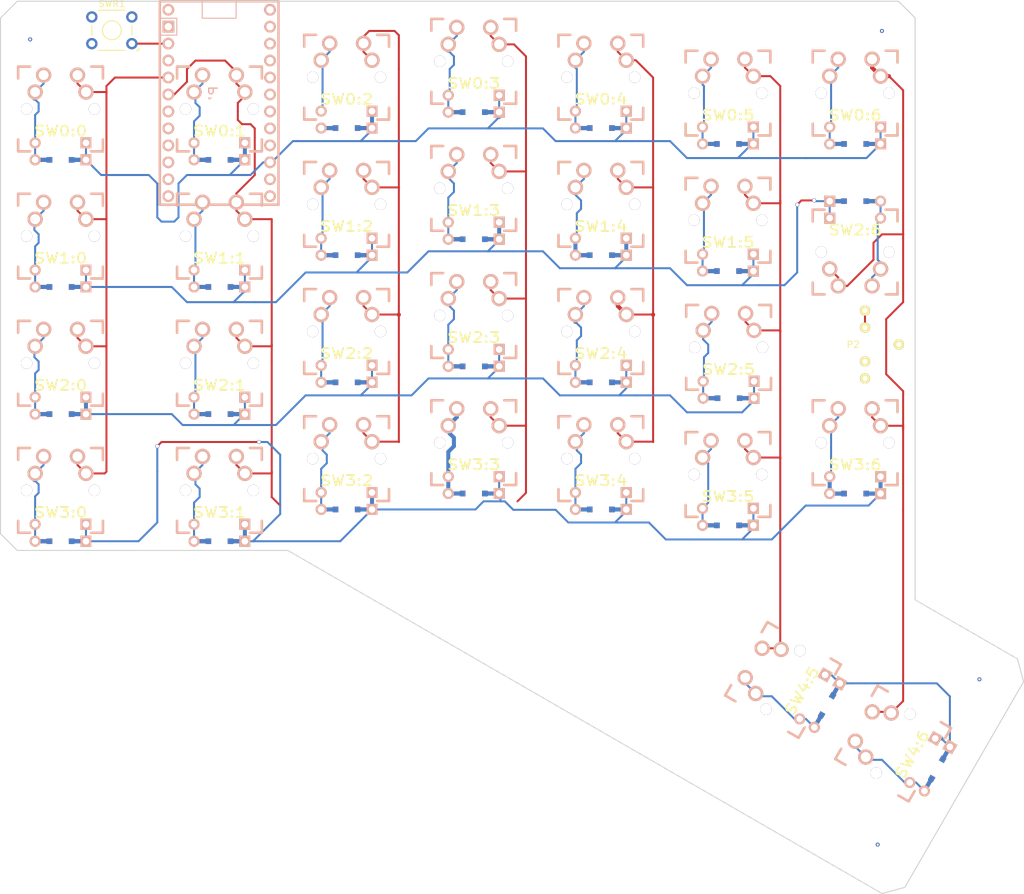
<source format=kicad_pcb>
(kicad_pcb (version 20171130) (host pcbnew "(5.1.12)-1")
  (layers (0 F.Cu signal) (31 B.Cu signal) (34 B.Paste user hide) (35 F.Paste user hide) (36 B.SilkS user hide) (37 F.SilkS user hide) (38 B.Mask user hide) (39 F.Mask user hide) (44 Edge.Cuts user))
  (net 0 "")
  (net 1 GND)
  (net 2 VCC)
  (net 3 /SER)
  (net 4 /ROW4)
  (net 5 /ROW3)
  (net 6 /ROW2)
  (net 7 /COL5)
  (net 8 /ROW1)
  (net 9 /ROW0)
  (net 10 /COL4)
  (net 11 /COL6)
  (net 12 /COL3)
  (net 13 /COL2)
  (net 14 /COL1)
  (net 15 /COL0)
  (net 16 "Net-(SW0:0-Pad2)")
  (net 17 "Net-(SW0:1-Pad2)")
  (net 18 "Net-(SW0:2-Pad2)")
  (net 19 "Net-(SW0:3-Pad2)")
  (net 20 "Net-(SW0:4-Pad2)")
  (net 21 "Net-(SW0:5-Pad2)")
  (net 22 "Net-(SW0:6-Pad2)")
  (net 23 "Net-(SW1:0-Pad2)")
  (net 24 "Net-(SW1:1-Pad2)")
  (net 25 "Net-(SW1:2-Pad2)")
  (net 26 "Net-(SW1:3-Pad2)")
  (net 27 "Net-(SW1:4-Pad2)")
  (net 28 "Net-(SW1:5-Pad2)")
  (net 29 "Net-(SW2:0-Pad2)")
  (net 30 "Net-(SW2:1-Pad2)")
  (net 31 "Net-(SW2:2-Pad2)")
  (net 32 "Net-(SW2:3-Pad2)")
  (net 33 "Net-(SW2:4-Pad2)")
  (net 34 "Net-(SW2:5-Pad2)")
  (net 35 "Net-(SW2:6-Pad2)")
  (net 36 "Net-(SW3:0-Pad2)")
  (net 37 "Net-(SW3:1-Pad2)")
  (net 38 "Net-(SW3:2-Pad2)")
  (net 39 "Net-(SW3:3-Pad2)")
  (net 40 "Net-(SW3:4-Pad2)")
  (net 41 "Net-(SW3:5-Pad2)")
  (net 42 "Net-(SW3:6-Pad2)")
  (net 43 "Net-(SW4:5-Pad2)")
  (net 44 "Net-(SW4:6-Pad2)")
  (net 45 /RST)
  (module Keyboards:MX_FLIP_DIODE (layer F.Cu) (at 117.259 101.695 60)
    (fp_text reference SW4:5 (at 0 3.302 60) (layer F.SilkS) (effects (font (size 1.524 1.778) (thickness 0.254))))
    (fp_text value "" (at 0 3.302 60) (layer B.SilkS) (effects (font (size 1.524 1.778) (thickness 0.254)) (justify mirror)))
    (fp_line (start 1.6637 7.62) (end 3.81 7.62) (layer F.Cu) (width 0.6096))
    (fp_line (start -3.81 7.62) (end -1.6637 7.62) (layer F.Cu) (width 0.6096))
    (fp_line (start 1.6637 7.62) (end 3.81 7.62) (layer B.Cu) (width 0.6096))
    (fp_line (start -3.81 7.62) (end -1.6637 7.62) (layer B.Cu) (width 0.6096))
    (pad 1 thru_hole circle (at 2.54 -5.08 60) (size 2.286 2.286) (drill 1.4986) (layers *.Cu *.SilkS *.Mask) (net 7 /COL5))
    (pad 2 thru_hole circle (at -3.81 -2.54 60) (size 2.286 2.286) (drill 1.4986) (layers *.Cu *.SilkS *.Mask) (net 43 "Net-(SW4:5-Pad2)"))
    (pad 0 np_thru_hole circle (at 0 0 60) (size 3.9878 3.9878) (drill 3.9878) (layers *.Cu))
    (pad 0 thru_hole circle (at -5.08 0 60) (size 1.7018 1.7018) (drill 1.7018) (layers *.Cu))
    (pad 0 thru_hole circle (at 5.08 0 60) (size 1.7018 1.7018) (drill 1.7018) (layers *.Cu))
    (pad 1 thru_hole circle (at 3.81 -2.54 60) (size 2.286 2.286) (drill 1.4986) (layers *.Cu *.SilkS *.Mask) (net 7 /COL5))
    (pad 2 thru_hole circle (at -2.54 -5.08 60) (size 2.286 2.286) (drill 1.4986) (layers *.Cu *.SilkS *.Mask) (net 43 "Net-(SW4:5-Pad2)"))
    (pad 3 thru_hole circle (at -3.81 5.08 60) (size 1.651 1.651) (drill 0.9906) (layers *.Cu *.SilkS *.Mask) (net 43 "Net-(SW4:5-Pad2)"))
    (pad 4 thru_hole rect (at 3.81 5.08 60) (size 1.651 1.651) (drill 0.9906) (layers *.Cu *.SilkS *.Mask) (net 4 /ROW4))
    (pad 3 thru_hole circle (at -3.81 7.62 60) (size 1.651 1.651) (drill 0.9906) (layers *.Cu *.SilkS *.Mask) (net 43 "Net-(SW4:5-Pad2)"))
    (pad 4 thru_hole rect (at 3.81 7.62 60) (size 1.651 1.651) (drill 0.9906) (layers *.Cu *.SilkS *.Mask) (net 4 /ROW4))
    (pad 99 smd rect (at -1.6637 7.62 60) (size 0.8382 0.8382) (layers F.Cu F.Paste F.Mask))
    (pad 99 smd rect (at -1.6637 7.62 60) (size 0.8382 0.8382) (layers B.Cu B.Paste B.Mask))
    (pad 99 smd rect (at 1.6637 7.62 60) (size 0.8382 0.8382) (layers F.Cu F.Paste F.Mask))
    (pad 99 smd rect (at 1.6637 7.62 60) (size 0.8382 0.8382) (layers B.Cu B.Paste B.Mask))
  )
  (module Keyboards:PROMICRO (layer B.Cu) (at 32.766 15.24 270)
    (fp_text reference PM1 (at -0.232426 0.867426 270) (layer B.SilkS) (effects (font (size 1.27 1.524) (thickness 0.2032)) (justify mirror)))
    (fp_text value PROMICRO hide)
    (pad 1 thru_hole circle (at -11.43 -7.62 270) (size 1.7526 1.7526) (drill 1.0922) (layers *.Cu *.SilkS *.Mask))
    (pad 2 thru_hole circle (at -8.89 -7.62 270) (size 1.7526 1.7526) (drill 1.0922) (layers *.Cu *.SilkS *.Mask) (net 1 GND))
    (pad 3 thru_hole circle (at -6.35 -7.62 270) (size 1.7526 1.7526) (drill 1.0922) (layers *.Cu *.SilkS *.Mask) (net 1 GND))
    (pad 4 thru_hole circle (at -3.81 -7.62 270) (size 1.7526 1.7526) (drill 1.0922) (layers *.Cu *.SilkS *.Mask))
    (pad 5 thru_hole circle (at -1.27 -7.62 270) (size 1.7526 1.7526) (drill 1.0922) (layers *.Cu *.SilkS *.Mask) (net 3 /SER))
    (pad 6 thru_hole circle (at 1.27 -7.62 270) (size 1.7526 1.7526) (drill 1.0922) (layers *.Cu *.SilkS *.Mask) (net 5 /ROW3))
    (pad 7 thru_hole circle (at 3.81 -7.62 270) (size 1.7526 1.7526) (drill 1.0922) (layers *.Cu *.SilkS *.Mask) (net 6 /ROW2))
    (pad 8 thru_hole circle (at 6.35 -7.62 270) (size 1.7526 1.7526) (drill 1.0922) (layers *.Cu *.SilkS *.Mask) (net 8 /ROW1))
    (pad 9 thru_hole circle (at 8.89 -7.62 270) (size 1.7526 1.7526) (drill 1.0922) (layers *.Cu *.SilkS *.Mask) (net 9 /ROW0))
    (pad 10 thru_hole circle (at 11.43 -7.62 270) (size 1.7526 1.7526) (drill 1.0922) (layers *.Cu *.SilkS *.Mask) (net 4 /ROW4))
    (pad 11 thru_hole circle (at 13.97 -7.62 270) (size 1.7526 1.7526) (drill 1.0922) (layers *.Cu *.SilkS *.Mask) (net 7 /COL5))
    (pad 23 thru_hole circle (at 13.97 7.62 270) (size 1.7526 1.7526) (drill 1.0922) (layers *.Cu *.SilkS *.Mask) (net 11 /COL6))
    (pad 22 thru_hole circle (at 11.43 7.62 270) (size 1.7526 1.7526) (drill 1.0922) (layers *.Cu *.SilkS *.Mask))
    (pad 21 thru_hole circle (at 8.89 7.62 270) (size 1.7526 1.7526) (drill 1.0922) (layers *.Cu *.SilkS *.Mask) (net 10 /COL4))
    (pad 20 thru_hole circle (at 6.35 7.62 270) (size 1.7526 1.7526) (drill 1.0922) (layers *.Cu *.SilkS *.Mask) (net 12 /COL3))
    (pad 19 thru_hole circle (at 3.81 7.62 270) (size 1.7526 1.7526) (drill 1.0922) (layers *.Cu *.SilkS *.Mask))
    (pad 18 thru_hole circle (at 1.27 7.62 270) (size 1.7526 1.7526) (drill 1.0922) (layers *.Cu *.SilkS *.Mask) (net 13 /COL2))
    (pad 17 thru_hole circle (at -1.27 7.62 270) (size 1.7526 1.7526) (drill 1.0922) (layers *.Cu *.SilkS *.Mask) (net 14 /COL1))
    (pad 16 thru_hole circle (at -3.81 7.62 270) (size 1.7526 1.7526) (drill 1.0922) (layers *.Cu *.SilkS *.Mask) (net 15 /COL0))
    (pad 15 thru_hole circle (at -6.35 7.62 270) (size 1.7526 1.7526) (drill 1.0922) (layers *.Cu *.SilkS *.Mask) (net 2 VCC))
    (pad 14 thru_hole circle (at -8.89 7.62 270) (size 1.7526 1.7526) (drill 1.0922) (layers *.Cu *.SilkS *.Mask) (net 45 /RST))
    (pad 13 thru_hole rect (at -11.43 7.62 270) (size 1.7526 1.7526) (drill 1.0922) (layers *.Cu *.SilkS *.Mask) (net 1 GND))
    (pad 12 thru_hole circle (at -13.97 7.62 270) (size 1.7526 1.7526) (drill 1.0922) (layers *.Cu *.SilkS *.Mask))
    (pad 0 thru_hole circle (at -13.97 -7.62 270) (size 1.7526 1.7526) (drill 1.092) (layers *.Cu *.Mask B.SilkS))
  )
  (module Keyboards:MX_FLIP_DIODE (layer F.Cu) (at 8.998 16.141)
    (fp_text reference SW0:0 (at 0 3.302) (layer F.SilkS) (effects (font (size 1.524 1.778) (thickness 0.254))))
    (fp_text value "" (at 0 3.302) (layer B.SilkS) (effects (font (size 1.524 1.778) (thickness 0.254)) (justify mirror)))
    (fp_line (start 1.6637 7.62) (end 3.81 7.62) (layer F.Cu) (width 0.6096))
    (fp_line (start -3.81 7.62) (end -1.6637 7.62) (layer F.Cu) (width 0.6096))
    (fp_line (start 1.6637 7.62) (end 3.81 7.62) (layer B.Cu) (width 0.6096))
    (fp_line (start -3.81 7.62) (end -1.6637 7.62) (layer B.Cu) (width 0.6096))
    (pad 1 thru_hole circle (at 2.54 -5.08) (size 2.286 2.286) (drill 1.4986) (layers *.Cu *.SilkS *.Mask) (net 15 /COL0))
    (pad 2 thru_hole circle (at -3.81 -2.54) (size 2.286 2.286) (drill 1.4986) (layers *.Cu *.SilkS *.Mask) (net 16 "Net-(SW0:0-Pad2)"))
    (pad 0 np_thru_hole circle (at 0 0) (size 3.9878 3.9878) (drill 3.9878) (layers *.Cu))
    (pad 0 thru_hole circle (at -5.08 0) (size 1.7018 1.7018) (drill 1.7018) (layers *.Cu))
    (pad 0 thru_hole circle (at 5.08 0) (size 1.7018 1.7018) (drill 1.7018) (layers *.Cu))
    (pad 1 thru_hole circle (at 3.81 -2.54) (size 2.286 2.286) (drill 1.4986) (layers *.Cu *.SilkS *.Mask) (net 15 /COL0))
    (pad 2 thru_hole circle (at -2.54 -5.08) (size 2.286 2.286) (drill 1.4986) (layers *.Cu *.SilkS *.Mask) (net 16 "Net-(SW0:0-Pad2)"))
    (pad 3 thru_hole circle (at -3.81 5.08) (size 1.651 1.651) (drill 0.9906) (layers *.Cu *.SilkS *.Mask) (net 16 "Net-(SW0:0-Pad2)"))
    (pad 4 thru_hole rect (at 3.81 5.08) (size 1.651 1.651) (drill 0.9906) (layers *.Cu *.SilkS *.Mask) (net 9 /ROW0))
    (pad 3 thru_hole circle (at -3.81 7.62) (size 1.651 1.651) (drill 0.9906) (layers *.Cu *.SilkS *.Mask) (net 16 "Net-(SW0:0-Pad2)"))
    (pad 4 thru_hole rect (at 3.81 7.62) (size 1.651 1.651) (drill 0.9906) (layers *.Cu *.SilkS *.Mask) (net 9 /ROW0))
    (pad 99 smd rect (at -1.6637 7.62) (size 0.8382 0.8382) (layers F.Cu F.Paste F.Mask))
    (pad 99 smd rect (at -1.6637 7.62) (size 0.8382 0.8382) (layers B.Cu B.Paste B.Mask))
    (pad 99 smd rect (at 1.6637 7.62) (size 0.8382 0.8382) (layers F.Cu F.Paste F.Mask))
    (pad 99 smd rect (at 1.6637 7.62) (size 0.8382 0.8382) (layers B.Cu B.Paste B.Mask))
  )
  (module Keyboards:MX_FLIP_DIODE (layer F.Cu) (at 32.81 16.14)
    (fp_text reference SW0:1 (at 0 3.302) (layer F.SilkS) (effects (font (size 1.524 1.778) (thickness 0.254))))
    (fp_text value "" (at 0 3.302) (layer B.SilkS) (effects (font (size 1.524 1.778) (thickness 0.254)) (justify mirror)))
    (fp_line (start 1.6637 7.62) (end 3.81 7.62) (layer F.Cu) (width 0.6096))
    (fp_line (start -3.81 7.62) (end -1.6637 7.62) (layer F.Cu) (width 0.6096))
    (fp_line (start 1.6637 7.62) (end 3.81 7.62) (layer B.Cu) (width 0.6096))
    (fp_line (start -3.81 7.62) (end -1.6637 7.62) (layer B.Cu) (width 0.6096))
    (pad 1 thru_hole circle (at 2.54 -5.08) (size 2.286 2.286) (drill 1.4986) (layers *.Cu *.SilkS *.Mask) (net 14 /COL1))
    (pad 2 thru_hole circle (at -3.81 -2.54) (size 2.286 2.286) (drill 1.4986) (layers *.Cu *.SilkS *.Mask) (net 17 "Net-(SW0:1-Pad2)"))
    (pad 0 np_thru_hole circle (at 0 0) (size 3.9878 3.9878) (drill 3.9878) (layers *.Cu))
    (pad 0 thru_hole circle (at -5.08 0) (size 1.7018 1.7018) (drill 1.7018) (layers *.Cu))
    (pad 0 thru_hole circle (at 5.08 0) (size 1.7018 1.7018) (drill 1.7018) (layers *.Cu))
    (pad 1 thru_hole circle (at 3.81 -2.54) (size 2.286 2.286) (drill 1.4986) (layers *.Cu *.SilkS *.Mask) (net 14 /COL1))
    (pad 2 thru_hole circle (at -2.54 -5.08) (size 2.286 2.286) (drill 1.4986) (layers *.Cu *.SilkS *.Mask) (net 17 "Net-(SW0:1-Pad2)"))
    (pad 3 thru_hole circle (at -3.81 5.08) (size 1.651 1.651) (drill 0.9906) (layers *.Cu *.SilkS *.Mask) (net 17 "Net-(SW0:1-Pad2)"))
    (pad 4 thru_hole rect (at 3.81 5.08) (size 1.651 1.651) (drill 0.9906) (layers *.Cu *.SilkS *.Mask) (net 9 /ROW0))
    (pad 3 thru_hole circle (at -3.81 7.62) (size 1.651 1.651) (drill 0.9906) (layers *.Cu *.SilkS *.Mask) (net 17 "Net-(SW0:1-Pad2)"))
    (pad 4 thru_hole rect (at 3.81 7.62) (size 1.651 1.651) (drill 0.9906) (layers *.Cu *.SilkS *.Mask) (net 9 /ROW0))
    (pad 99 smd rect (at -1.6637 7.62) (size 0.8382 0.8382) (layers F.Cu F.Paste F.Mask))
    (pad 99 smd rect (at -1.6637 7.62) (size 0.8382 0.8382) (layers B.Cu B.Paste B.Mask))
    (pad 99 smd rect (at 1.6637 7.62) (size 0.8382 0.8382) (layers F.Cu F.Paste F.Mask))
    (pad 99 smd rect (at 1.6637 7.62) (size 0.8382 0.8382) (layers B.Cu B.Paste B.Mask))
  )
  (module Keyboards:MX_FLIP_DIODE (layer F.Cu) (at 51.86 11.379)
    (fp_text reference SW0:2 (at 0 3.302) (layer F.SilkS) (effects (font (size 1.524 1.778) (thickness 0.254))))
    (fp_text value "" (at 0 3.302) (layer B.SilkS) (effects (font (size 1.524 1.778) (thickness 0.254)) (justify mirror)))
    (fp_line (start 1.6637 7.62) (end 3.81 7.62) (layer F.Cu) (width 0.6096))
    (fp_line (start -3.81 7.62) (end -1.6637 7.62) (layer F.Cu) (width 0.6096))
    (fp_line (start 1.6637 7.62) (end 3.81 7.62) (layer B.Cu) (width 0.6096))
    (fp_line (start -3.81 7.62) (end -1.6637 7.62) (layer B.Cu) (width 0.6096))
    (pad 1 thru_hole circle (at 2.54 -5.08) (size 2.286 2.286) (drill 1.4986) (layers *.Cu *.SilkS *.Mask) (net 13 /COL2))
    (pad 2 thru_hole circle (at -3.81 -2.54) (size 2.286 2.286) (drill 1.4986) (layers *.Cu *.SilkS *.Mask) (net 18 "Net-(SW0:2-Pad2)"))
    (pad 0 np_thru_hole circle (at 0 0) (size 3.9878 3.9878) (drill 3.9878) (layers *.Cu))
    (pad 0 thru_hole circle (at -5.08 0) (size 1.7018 1.7018) (drill 1.7018) (layers *.Cu))
    (pad 0 thru_hole circle (at 5.08 0) (size 1.7018 1.7018) (drill 1.7018) (layers *.Cu))
    (pad 1 thru_hole circle (at 3.81 -2.54) (size 2.286 2.286) (drill 1.4986) (layers *.Cu *.SilkS *.Mask) (net 13 /COL2))
    (pad 2 thru_hole circle (at -2.54 -5.08) (size 2.286 2.286) (drill 1.4986) (layers *.Cu *.SilkS *.Mask) (net 18 "Net-(SW0:2-Pad2)"))
    (pad 3 thru_hole circle (at -3.81 5.08) (size 1.651 1.651) (drill 0.9906) (layers *.Cu *.SilkS *.Mask) (net 18 "Net-(SW0:2-Pad2)"))
    (pad 4 thru_hole rect (at 3.81 5.08) (size 1.651 1.651) (drill 0.9906) (layers *.Cu *.SilkS *.Mask) (net 9 /ROW0))
    (pad 3 thru_hole circle (at -3.81 7.62) (size 1.651 1.651) (drill 0.9906) (layers *.Cu *.SilkS *.Mask) (net 18 "Net-(SW0:2-Pad2)"))
    (pad 4 thru_hole rect (at 3.81 7.62) (size 1.651 1.651) (drill 0.9906) (layers *.Cu *.SilkS *.Mask) (net 9 /ROW0))
    (pad 99 smd rect (at -1.6637 7.62) (size 0.8382 0.8382) (layers F.Cu F.Paste F.Mask))
    (pad 99 smd rect (at -1.6637 7.62) (size 0.8382 0.8382) (layers B.Cu B.Paste B.Mask))
    (pad 99 smd rect (at 1.6637 7.62) (size 0.8382 0.8382) (layers F.Cu F.Paste F.Mask))
    (pad 99 smd rect (at 1.6637 7.62) (size 0.8382 0.8382) (layers B.Cu B.Paste B.Mask))
  )
  (module Keyboards:MX_FLIP_DIODE (layer F.Cu) (at 70.91 8.998)
    (fp_text reference SW0:3 (at 0 3.302) (layer F.SilkS) (effects (font (size 1.524 1.778) (thickness 0.254))))
    (fp_text value "" (at 0 3.302) (layer B.SilkS) (effects (font (size 1.524 1.778) (thickness 0.254)) (justify mirror)))
    (fp_line (start 1.6637 7.62) (end 3.81 7.62) (layer F.Cu) (width 0.6096))
    (fp_line (start -3.81 7.62) (end -1.6637 7.62) (layer F.Cu) (width 0.6096))
    (fp_line (start 1.6637 7.62) (end 3.81 7.62) (layer B.Cu) (width 0.6096))
    (fp_line (start -3.81 7.62) (end -1.6637 7.62) (layer B.Cu) (width 0.6096))
    (pad 1 thru_hole circle (at 2.54 -5.08) (size 2.286 2.286) (drill 1.4986) (layers *.Cu *.SilkS *.Mask) (net 12 /COL3))
    (pad 2 thru_hole circle (at -3.81 -2.54) (size 2.286 2.286) (drill 1.4986) (layers *.Cu *.SilkS *.Mask) (net 19 "Net-(SW0:3-Pad2)"))
    (pad 0 np_thru_hole circle (at 0 0) (size 3.9878 3.9878) (drill 3.9878) (layers *.Cu))
    (pad 0 thru_hole circle (at -5.08 0) (size 1.7018 1.7018) (drill 1.7018) (layers *.Cu))
    (pad 0 thru_hole circle (at 5.08 0) (size 1.7018 1.7018) (drill 1.7018) (layers *.Cu))
    (pad 1 thru_hole circle (at 3.81 -2.54) (size 2.286 2.286) (drill 1.4986) (layers *.Cu *.SilkS *.Mask) (net 12 /COL3))
    (pad 2 thru_hole circle (at -2.54 -5.08) (size 2.286 2.286) (drill 1.4986) (layers *.Cu *.SilkS *.Mask) (net 19 "Net-(SW0:3-Pad2)"))
    (pad 3 thru_hole circle (at -3.81 5.08) (size 1.651 1.651) (drill 0.9906) (layers *.Cu *.SilkS *.Mask) (net 19 "Net-(SW0:3-Pad2)"))
    (pad 4 thru_hole rect (at 3.81 5.08) (size 1.651 1.651) (drill 0.9906) (layers *.Cu *.SilkS *.Mask) (net 9 /ROW0))
    (pad 3 thru_hole circle (at -3.81 7.62) (size 1.651 1.651) (drill 0.9906) (layers *.Cu *.SilkS *.Mask) (net 19 "Net-(SW0:3-Pad2)"))
    (pad 4 thru_hole rect (at 3.81 7.62) (size 1.651 1.651) (drill 0.9906) (layers *.Cu *.SilkS *.Mask) (net 9 /ROW0))
    (pad 99 smd rect (at -1.6637 7.62) (size 0.8382 0.8382) (layers F.Cu F.Paste F.Mask))
    (pad 99 smd rect (at -1.6637 7.62) (size 0.8382 0.8382) (layers B.Cu B.Paste B.Mask))
    (pad 99 smd rect (at 1.6637 7.62) (size 0.8382 0.8382) (layers F.Cu F.Paste F.Mask))
    (pad 99 smd rect (at 1.6637 7.62) (size 0.8382 0.8382) (layers B.Cu B.Paste B.Mask))
  )
  (module Keyboards:MX_FLIP_DIODE (layer F.Cu) (at 89.96 11.379)
    (fp_text reference SW0:4 (at 0 3.302) (layer F.SilkS) (effects (font (size 1.524 1.778) (thickness 0.254))))
    (fp_text value "" (at 0 3.302) (layer B.SilkS) (effects (font (size 1.524 1.778) (thickness 0.254)) (justify mirror)))
    (fp_line (start 1.6637 7.62) (end 3.81 7.62) (layer F.Cu) (width 0.6096))
    (fp_line (start -3.81 7.62) (end -1.6637 7.62) (layer F.Cu) (width 0.6096))
    (fp_line (start 1.6637 7.62) (end 3.81 7.62) (layer B.Cu) (width 0.6096))
    (fp_line (start -3.81 7.62) (end -1.6637 7.62) (layer B.Cu) (width 0.6096))
    (pad 1 thru_hole circle (at 2.54 -5.08) (size 2.286 2.286) (drill 1.4986) (layers *.Cu *.SilkS *.Mask) (net 10 /COL4))
    (pad 2 thru_hole circle (at -3.81 -2.54) (size 2.286 2.286) (drill 1.4986) (layers *.Cu *.SilkS *.Mask) (net 20 "Net-(SW0:4-Pad2)"))
    (pad 0 np_thru_hole circle (at 0 0) (size 3.9878 3.9878) (drill 3.9878) (layers *.Cu))
    (pad 0 thru_hole circle (at -5.08 0) (size 1.7018 1.7018) (drill 1.7018) (layers *.Cu))
    (pad 0 thru_hole circle (at 5.08 0) (size 1.7018 1.7018) (drill 1.7018) (layers *.Cu))
    (pad 1 thru_hole circle (at 3.81 -2.54) (size 2.286 2.286) (drill 1.4986) (layers *.Cu *.SilkS *.Mask) (net 10 /COL4))
    (pad 2 thru_hole circle (at -2.54 -5.08) (size 2.286 2.286) (drill 1.4986) (layers *.Cu *.SilkS *.Mask) (net 20 "Net-(SW0:4-Pad2)"))
    (pad 3 thru_hole circle (at -3.81 5.08) (size 1.651 1.651) (drill 0.9906) (layers *.Cu *.SilkS *.Mask) (net 20 "Net-(SW0:4-Pad2)"))
    (pad 4 thru_hole rect (at 3.81 5.08) (size 1.651 1.651) (drill 0.9906) (layers *.Cu *.SilkS *.Mask) (net 9 /ROW0))
    (pad 3 thru_hole circle (at -3.81 7.62) (size 1.651 1.651) (drill 0.9906) (layers *.Cu *.SilkS *.Mask) (net 20 "Net-(SW0:4-Pad2)"))
    (pad 4 thru_hole rect (at 3.81 7.62) (size 1.651 1.651) (drill 0.9906) (layers *.Cu *.SilkS *.Mask) (net 9 /ROW0))
    (pad 99 smd rect (at -1.6637 7.62) (size 0.8382 0.8382) (layers F.Cu F.Paste F.Mask))
    (pad 99 smd rect (at -1.6637 7.62) (size 0.8382 0.8382) (layers B.Cu B.Paste B.Mask))
    (pad 99 smd rect (at 1.6637 7.62) (size 0.8382 0.8382) (layers F.Cu F.Paste F.Mask))
    (pad 99 smd rect (at 1.6637 7.62) (size 0.8382 0.8382) (layers B.Cu B.Paste B.Mask))
  )
  (module Keyboards:MX_FLIP_DIODE (layer F.Cu) (at 109.01 13.76)
    (fp_text reference SW0:5 (at 0 3.302) (layer F.SilkS) (effects (font (size 1.524 1.778) (thickness 0.254))))
    (fp_text value "" (at 0 3.302) (layer B.SilkS) (effects (font (size 1.524 1.778) (thickness 0.254)) (justify mirror)))
    (fp_line (start 1.6637 7.62) (end 3.81 7.62) (layer F.Cu) (width 0.6096))
    (fp_line (start -3.81 7.62) (end -1.6637 7.62) (layer F.Cu) (width 0.6096))
    (fp_line (start 1.6637 7.62) (end 3.81 7.62) (layer B.Cu) (width 0.6096))
    (fp_line (start -3.81 7.62) (end -1.6637 7.62) (layer B.Cu) (width 0.6096))
    (pad 1 thru_hole circle (at 2.54 -5.08) (size 2.286 2.286) (drill 1.4986) (layers *.Cu *.SilkS *.Mask) (net 7 /COL5))
    (pad 2 thru_hole circle (at -3.81 -2.54) (size 2.286 2.286) (drill 1.4986) (layers *.Cu *.SilkS *.Mask) (net 21 "Net-(SW0:5-Pad2)"))
    (pad 0 np_thru_hole circle (at 0 0) (size 3.9878 3.9878) (drill 3.9878) (layers *.Cu))
    (pad 0 thru_hole circle (at -5.08 0) (size 1.7018 1.7018) (drill 1.7018) (layers *.Cu))
    (pad 0 thru_hole circle (at 5.08 0) (size 1.7018 1.7018) (drill 1.7018) (layers *.Cu))
    (pad 1 thru_hole circle (at 3.81 -2.54) (size 2.286 2.286) (drill 1.4986) (layers *.Cu *.SilkS *.Mask) (net 7 /COL5))
    (pad 2 thru_hole circle (at -2.54 -5.08) (size 2.286 2.286) (drill 1.4986) (layers *.Cu *.SilkS *.Mask) (net 21 "Net-(SW0:5-Pad2)"))
    (pad 3 thru_hole circle (at -3.81 5.08) (size 1.651 1.651) (drill 0.9906) (layers *.Cu *.SilkS *.Mask) (net 21 "Net-(SW0:5-Pad2)"))
    (pad 4 thru_hole rect (at 3.81 5.08) (size 1.651 1.651) (drill 0.9906) (layers *.Cu *.SilkS *.Mask) (net 9 /ROW0))
    (pad 3 thru_hole circle (at -3.81 7.62) (size 1.651 1.651) (drill 0.9906) (layers *.Cu *.SilkS *.Mask) (net 21 "Net-(SW0:5-Pad2)"))
    (pad 4 thru_hole rect (at 3.81 7.62) (size 1.651 1.651) (drill 0.9906) (layers *.Cu *.SilkS *.Mask) (net 9 /ROW0))
    (pad 99 smd rect (at -1.6637 7.62) (size 0.8382 0.8382) (layers F.Cu F.Paste F.Mask))
    (pad 99 smd rect (at -1.6637 7.62) (size 0.8382 0.8382) (layers B.Cu B.Paste B.Mask))
    (pad 99 smd rect (at 1.6637 7.62) (size 0.8382 0.8382) (layers F.Cu F.Paste F.Mask))
    (pad 99 smd rect (at 1.6637 7.62) (size 0.8382 0.8382) (layers B.Cu B.Paste B.Mask))
  )
  (module Keyboards:MX_FLIP_DIODE (layer F.Cu) (at 128.06 13.76)
    (fp_text reference SW0:6 (at 0 3.302) (layer F.SilkS) (effects (font (size 1.524 1.778) (thickness 0.254))))
    (fp_text value "" (at 0 3.302) (layer B.SilkS) (effects (font (size 1.524 1.778) (thickness 0.254)) (justify mirror)))
    (fp_line (start 1.6637 7.62) (end 3.81 7.62) (layer F.Cu) (width 0.6096))
    (fp_line (start -3.81 7.62) (end -1.6637 7.62) (layer F.Cu) (width 0.6096))
    (fp_line (start 1.6637 7.62) (end 3.81 7.62) (layer B.Cu) (width 0.6096))
    (fp_line (start -3.81 7.62) (end -1.6637 7.62) (layer B.Cu) (width 0.6096))
    (pad 1 thru_hole circle (at 2.54 -5.08) (size 2.286 2.286) (drill 1.4986) (layers *.Cu *.SilkS *.Mask) (net 11 /COL6))
    (pad 2 thru_hole circle (at -3.81 -2.54) (size 2.286 2.286) (drill 1.4986) (layers *.Cu *.SilkS *.Mask) (net 22 "Net-(SW0:6-Pad2)"))
    (pad 0 np_thru_hole circle (at 0 0) (size 3.9878 3.9878) (drill 3.9878) (layers *.Cu))
    (pad 0 thru_hole circle (at -5.08 0) (size 1.7018 1.7018) (drill 1.7018) (layers *.Cu))
    (pad 0 thru_hole circle (at 5.08 0) (size 1.7018 1.7018) (drill 1.7018) (layers *.Cu))
    (pad 1 thru_hole circle (at 3.81 -2.54) (size 2.286 2.286) (drill 1.4986) (layers *.Cu *.SilkS *.Mask) (net 11 /COL6))
    (pad 2 thru_hole circle (at -2.54 -5.08) (size 2.286 2.286) (drill 1.4986) (layers *.Cu *.SilkS *.Mask) (net 22 "Net-(SW0:6-Pad2)"))
    (pad 3 thru_hole circle (at -3.81 5.08) (size 1.651 1.651) (drill 0.9906) (layers *.Cu *.SilkS *.Mask) (net 22 "Net-(SW0:6-Pad2)"))
    (pad 4 thru_hole rect (at 3.81 5.08) (size 1.651 1.651) (drill 0.9906) (layers *.Cu *.SilkS *.Mask) (net 9 /ROW0))
    (pad 3 thru_hole circle (at -3.81 7.62) (size 1.651 1.651) (drill 0.9906) (layers *.Cu *.SilkS *.Mask) (net 22 "Net-(SW0:6-Pad2)"))
    (pad 4 thru_hole rect (at 3.81 7.62) (size 1.651 1.651) (drill 0.9906) (layers *.Cu *.SilkS *.Mask) (net 9 /ROW0))
    (pad 99 smd rect (at -1.6637 7.62) (size 0.8382 0.8382) (layers F.Cu F.Paste F.Mask))
    (pad 99 smd rect (at -1.6637 7.62) (size 0.8382 0.8382) (layers B.Cu B.Paste B.Mask))
    (pad 99 smd rect (at 1.6637 7.62) (size 0.8382 0.8382) (layers F.Cu F.Paste F.Mask))
    (pad 99 smd rect (at 1.6637 7.62) (size 0.8382 0.8382) (layers B.Cu B.Paste B.Mask))
  )
  (module Keyboards:MX_FLIP_DIODE (layer F.Cu) (at 8.998 35.191)
    (fp_text reference SW1:0 (at 0 3.302) (layer F.SilkS) (effects (font (size 1.524 1.778) (thickness 0.254))))
    (fp_text value "" (at 0 3.302) (layer B.SilkS) (effects (font (size 1.524 1.778) (thickness 0.254)) (justify mirror)))
    (fp_line (start 1.6637 7.62) (end 3.81 7.62) (layer F.Cu) (width 0.6096))
    (fp_line (start -3.81 7.62) (end -1.6637 7.62) (layer F.Cu) (width 0.6096))
    (fp_line (start 1.6637 7.62) (end 3.81 7.62) (layer B.Cu) (width 0.6096))
    (fp_line (start -3.81 7.62) (end -1.6637 7.62) (layer B.Cu) (width 0.6096))
    (pad 1 thru_hole circle (at 2.54 -5.08) (size 2.286 2.286) (drill 1.4986) (layers *.Cu *.SilkS *.Mask) (net 15 /COL0))
    (pad 2 thru_hole circle (at -3.81 -2.54) (size 2.286 2.286) (drill 1.4986) (layers *.Cu *.SilkS *.Mask) (net 23 "Net-(SW1:0-Pad2)"))
    (pad 0 np_thru_hole circle (at 0 0) (size 3.9878 3.9878) (drill 3.9878) (layers *.Cu))
    (pad 0 thru_hole circle (at -5.08 0) (size 1.7018 1.7018) (drill 1.7018) (layers *.Cu))
    (pad 0 thru_hole circle (at 5.08 0) (size 1.7018 1.7018) (drill 1.7018) (layers *.Cu))
    (pad 1 thru_hole circle (at 3.81 -2.54) (size 2.286 2.286) (drill 1.4986) (layers *.Cu *.SilkS *.Mask) (net 15 /COL0))
    (pad 2 thru_hole circle (at -2.54 -5.08) (size 2.286 2.286) (drill 1.4986) (layers *.Cu *.SilkS *.Mask) (net 23 "Net-(SW1:0-Pad2)"))
    (pad 3 thru_hole circle (at -3.81 5.08) (size 1.651 1.651) (drill 0.9906) (layers *.Cu *.SilkS *.Mask) (net 23 "Net-(SW1:0-Pad2)"))
    (pad 4 thru_hole rect (at 3.81 5.08) (size 1.651 1.651) (drill 0.9906) (layers *.Cu *.SilkS *.Mask) (net 8 /ROW1))
    (pad 3 thru_hole circle (at -3.81 7.62) (size 1.651 1.651) (drill 0.9906) (layers *.Cu *.SilkS *.Mask) (net 23 "Net-(SW1:0-Pad2)"))
    (pad 4 thru_hole rect (at 3.81 7.62) (size 1.651 1.651) (drill 0.9906) (layers *.Cu *.SilkS *.Mask) (net 8 /ROW1))
    (pad 99 smd rect (at -1.6637 7.62) (size 0.8382 0.8382) (layers F.Cu F.Paste F.Mask))
    (pad 99 smd rect (at -1.6637 7.62) (size 0.8382 0.8382) (layers B.Cu B.Paste B.Mask))
    (pad 99 smd rect (at 1.6637 7.62) (size 0.8382 0.8382) (layers F.Cu F.Paste F.Mask))
    (pad 99 smd rect (at 1.6637 7.62) (size 0.8382 0.8382) (layers B.Cu B.Paste B.Mask))
  )
  (module Keyboards:MX_FLIP_DIODE (layer F.Cu) (at 32.81 35.191)
    (fp_text reference SW1:1 (at 0 3.302) (layer F.SilkS) (effects (font (size 1.524 1.778) (thickness 0.254))))
    (fp_text value "" (at 0 3.302) (layer B.SilkS) (effects (font (size 1.524 1.778) (thickness 0.254)) (justify mirror)))
    (fp_line (start 1.6637 7.62) (end 3.81 7.62) (layer F.Cu) (width 0.6096))
    (fp_line (start -3.81 7.62) (end -1.6637 7.62) (layer F.Cu) (width 0.6096))
    (fp_line (start 1.6637 7.62) (end 3.81 7.62) (layer B.Cu) (width 0.6096))
    (fp_line (start -3.81 7.62) (end -1.6637 7.62) (layer B.Cu) (width 0.6096))
    (pad 1 thru_hole circle (at 2.54 -5.08) (size 2.286 2.286) (drill 1.4986) (layers *.Cu *.SilkS *.Mask) (net 14 /COL1))
    (pad 2 thru_hole circle (at -3.81 -2.54) (size 2.286 2.286) (drill 1.4986) (layers *.Cu *.SilkS *.Mask) (net 24 "Net-(SW1:1-Pad2)"))
    (pad 0 np_thru_hole circle (at 0 0) (size 3.9878 3.9878) (drill 3.9878) (layers *.Cu))
    (pad 0 thru_hole circle (at -5.08 0) (size 1.7018 1.7018) (drill 1.7018) (layers *.Cu))
    (pad 0 thru_hole circle (at 5.08 0) (size 1.7018 1.7018) (drill 1.7018) (layers *.Cu))
    (pad 1 thru_hole circle (at 3.81 -2.54) (size 2.286 2.286) (drill 1.4986) (layers *.Cu *.SilkS *.Mask) (net 14 /COL1))
    (pad 2 thru_hole circle (at -2.54 -5.08) (size 2.286 2.286) (drill 1.4986) (layers *.Cu *.SilkS *.Mask) (net 24 "Net-(SW1:1-Pad2)"))
    (pad 3 thru_hole circle (at -3.81 5.08) (size 1.651 1.651) (drill 0.9906) (layers *.Cu *.SilkS *.Mask) (net 24 "Net-(SW1:1-Pad2)"))
    (pad 4 thru_hole rect (at 3.81 5.08) (size 1.651 1.651) (drill 0.9906) (layers *.Cu *.SilkS *.Mask) (net 8 /ROW1))
    (pad 3 thru_hole circle (at -3.81 7.62) (size 1.651 1.651) (drill 0.9906) (layers *.Cu *.SilkS *.Mask) (net 24 "Net-(SW1:1-Pad2)"))
    (pad 4 thru_hole rect (at 3.81 7.62) (size 1.651 1.651) (drill 0.9906) (layers *.Cu *.SilkS *.Mask) (net 8 /ROW1))
    (pad 99 smd rect (at -1.6637 7.62) (size 0.8382 0.8382) (layers F.Cu F.Paste F.Mask))
    (pad 99 smd rect (at -1.6637 7.62) (size 0.8382 0.8382) (layers B.Cu B.Paste B.Mask))
    (pad 99 smd rect (at 1.6637 7.62) (size 0.8382 0.8382) (layers F.Cu F.Paste F.Mask))
    (pad 99 smd rect (at 1.6637 7.62) (size 0.8382 0.8382) (layers B.Cu B.Paste B.Mask))
  )
  (module Keyboards:MX_FLIP_DIODE (layer F.Cu) (at 51.86 30.429)
    (fp_text reference SW1:2 (at 0 3.302) (layer F.SilkS) (effects (font (size 1.524 1.778) (thickness 0.254))))
    (fp_text value "" (at 0 3.302) (layer B.SilkS) (effects (font (size 1.524 1.778) (thickness 0.254)) (justify mirror)))
    (fp_line (start 1.6637 7.62) (end 3.81 7.62) (layer F.Cu) (width 0.6096))
    (fp_line (start -3.81 7.62) (end -1.6637 7.62) (layer F.Cu) (width 0.6096))
    (fp_line (start 1.6637 7.62) (end 3.81 7.62) (layer B.Cu) (width 0.6096))
    (fp_line (start -3.81 7.62) (end -1.6637 7.62) (layer B.Cu) (width 0.6096))
    (pad 1 thru_hole circle (at 2.54 -5.08) (size 2.286 2.286) (drill 1.4986) (layers *.Cu *.SilkS *.Mask) (net 13 /COL2))
    (pad 2 thru_hole circle (at -3.81 -2.54) (size 2.286 2.286) (drill 1.4986) (layers *.Cu *.SilkS *.Mask) (net 25 "Net-(SW1:2-Pad2)"))
    (pad 0 np_thru_hole circle (at 0 0) (size 3.9878 3.9878) (drill 3.9878) (layers *.Cu))
    (pad 0 thru_hole circle (at -5.08 0) (size 1.7018 1.7018) (drill 1.7018) (layers *.Cu))
    (pad 0 thru_hole circle (at 5.08 0) (size 1.7018 1.7018) (drill 1.7018) (layers *.Cu))
    (pad 1 thru_hole circle (at 3.81 -2.54) (size 2.286 2.286) (drill 1.4986) (layers *.Cu *.SilkS *.Mask) (net 13 /COL2))
    (pad 2 thru_hole circle (at -2.54 -5.08) (size 2.286 2.286) (drill 1.4986) (layers *.Cu *.SilkS *.Mask) (net 25 "Net-(SW1:2-Pad2)"))
    (pad 3 thru_hole circle (at -3.81 5.08) (size 1.651 1.651) (drill 0.9906) (layers *.Cu *.SilkS *.Mask) (net 25 "Net-(SW1:2-Pad2)"))
    (pad 4 thru_hole rect (at 3.81 5.08) (size 1.651 1.651) (drill 0.9906) (layers *.Cu *.SilkS *.Mask) (net 8 /ROW1))
    (pad 3 thru_hole circle (at -3.81 7.62) (size 1.651 1.651) (drill 0.9906) (layers *.Cu *.SilkS *.Mask) (net 25 "Net-(SW1:2-Pad2)"))
    (pad 4 thru_hole rect (at 3.81 7.62) (size 1.651 1.651) (drill 0.9906) (layers *.Cu *.SilkS *.Mask) (net 8 /ROW1))
    (pad 99 smd rect (at -1.6637 7.62) (size 0.8382 0.8382) (layers F.Cu F.Paste F.Mask))
    (pad 99 smd rect (at -1.6637 7.62) (size 0.8382 0.8382) (layers B.Cu B.Paste B.Mask))
    (pad 99 smd rect (at 1.6637 7.62) (size 0.8382 0.8382) (layers F.Cu F.Paste F.Mask))
    (pad 99 smd rect (at 1.6637 7.62) (size 0.8382 0.8382) (layers B.Cu B.Paste B.Mask))
  )
  (module Keyboards:MX_FLIP_DIODE (layer F.Cu) (at 70.91 28.038)
    (fp_text reference SW1:3 (at 0 3.302) (layer F.SilkS) (effects (font (size 1.524 1.778) (thickness 0.254))))
    (fp_text value "" (at 0 3.302) (layer B.SilkS) (effects (font (size 1.524 1.778) (thickness 0.254)) (justify mirror)))
    (fp_line (start 1.6637 7.62) (end 3.81 7.62) (layer F.Cu) (width 0.6096))
    (fp_line (start -3.81 7.62) (end -1.6637 7.62) (layer F.Cu) (width 0.6096))
    (fp_line (start 1.6637 7.62) (end 3.81 7.62) (layer B.Cu) (width 0.6096))
    (fp_line (start -3.81 7.62) (end -1.6637 7.62) (layer B.Cu) (width 0.6096))
    (pad 1 thru_hole circle (at 2.54 -5.08) (size 2.286 2.286) (drill 1.4986) (layers *.Cu *.SilkS *.Mask) (net 12 /COL3))
    (pad 2 thru_hole circle (at -3.81 -2.54) (size 2.286 2.286) (drill 1.4986) (layers *.Cu *.SilkS *.Mask) (net 26 "Net-(SW1:3-Pad2)"))
    (pad 0 np_thru_hole circle (at 0 0) (size 3.9878 3.9878) (drill 3.9878) (layers *.Cu))
    (pad 0 thru_hole circle (at -5.08 0) (size 1.7018 1.7018) (drill 1.7018) (layers *.Cu))
    (pad 0 thru_hole circle (at 5.08 0) (size 1.7018 1.7018) (drill 1.7018) (layers *.Cu))
    (pad 1 thru_hole circle (at 3.81 -2.54) (size 2.286 2.286) (drill 1.4986) (layers *.Cu *.SilkS *.Mask) (net 12 /COL3))
    (pad 2 thru_hole circle (at -2.54 -5.08) (size 2.286 2.286) (drill 1.4986) (layers *.Cu *.SilkS *.Mask) (net 26 "Net-(SW1:3-Pad2)"))
    (pad 3 thru_hole circle (at -3.81 5.08) (size 1.651 1.651) (drill 0.9906) (layers *.Cu *.SilkS *.Mask) (net 26 "Net-(SW1:3-Pad2)"))
    (pad 4 thru_hole rect (at 3.81 5.08) (size 1.651 1.651) (drill 0.9906) (layers *.Cu *.SilkS *.Mask) (net 8 /ROW1))
    (pad 3 thru_hole circle (at -3.81 7.62) (size 1.651 1.651) (drill 0.9906) (layers *.Cu *.SilkS *.Mask) (net 26 "Net-(SW1:3-Pad2)"))
    (pad 4 thru_hole rect (at 3.81 7.62) (size 1.651 1.651) (drill 0.9906) (layers *.Cu *.SilkS *.Mask) (net 8 /ROW1))
    (pad 99 smd rect (at -1.6637 7.62) (size 0.8382 0.8382) (layers F.Cu F.Paste F.Mask))
    (pad 99 smd rect (at -1.6637 7.62) (size 0.8382 0.8382) (layers B.Cu B.Paste B.Mask))
    (pad 99 smd rect (at 1.6637 7.62) (size 0.8382 0.8382) (layers F.Cu F.Paste F.Mask))
    (pad 99 smd rect (at 1.6637 7.62) (size 0.8382 0.8382) (layers B.Cu B.Paste B.Mask))
  )
  (module Keyboards:MX_FLIP_DIODE (layer F.Cu) (at 89.96 30.429)
    (fp_text reference SW1:4 (at 0 3.302) (layer F.SilkS) (effects (font (size 1.524 1.778) (thickness 0.254))))
    (fp_text value "" (at 0 3.302) (layer B.SilkS) (effects (font (size 1.524 1.778) (thickness 0.254)) (justify mirror)))
    (fp_line (start 1.6637 7.62) (end 3.81 7.62) (layer F.Cu) (width 0.6096))
    (fp_line (start -3.81 7.62) (end -1.6637 7.62) (layer F.Cu) (width 0.6096))
    (fp_line (start 1.6637 7.62) (end 3.81 7.62) (layer B.Cu) (width 0.6096))
    (fp_line (start -3.81 7.62) (end -1.6637 7.62) (layer B.Cu) (width 0.6096))
    (pad 1 thru_hole circle (at 2.54 -5.08) (size 2.286 2.286) (drill 1.4986) (layers *.Cu *.SilkS *.Mask) (net 10 /COL4))
    (pad 2 thru_hole circle (at -3.81 -2.54) (size 2.286 2.286) (drill 1.4986) (layers *.Cu *.SilkS *.Mask) (net 27 "Net-(SW1:4-Pad2)"))
    (pad 0 np_thru_hole circle (at 0 0) (size 3.9878 3.9878) (drill 3.9878) (layers *.Cu))
    (pad 0 thru_hole circle (at -5.08 0) (size 1.7018 1.7018) (drill 1.7018) (layers *.Cu))
    (pad 0 thru_hole circle (at 5.08 0) (size 1.7018 1.7018) (drill 1.7018) (layers *.Cu))
    (pad 1 thru_hole circle (at 3.81 -2.54) (size 2.286 2.286) (drill 1.4986) (layers *.Cu *.SilkS *.Mask) (net 10 /COL4))
    (pad 2 thru_hole circle (at -2.54 -5.08) (size 2.286 2.286) (drill 1.4986) (layers *.Cu *.SilkS *.Mask) (net 27 "Net-(SW1:4-Pad2)"))
    (pad 3 thru_hole circle (at -3.81 5.08) (size 1.651 1.651) (drill 0.9906) (layers *.Cu *.SilkS *.Mask) (net 27 "Net-(SW1:4-Pad2)"))
    (pad 4 thru_hole rect (at 3.81 5.08) (size 1.651 1.651) (drill 0.9906) (layers *.Cu *.SilkS *.Mask) (net 8 /ROW1))
    (pad 3 thru_hole circle (at -3.81 7.62) (size 1.651 1.651) (drill 0.9906) (layers *.Cu *.SilkS *.Mask) (net 27 "Net-(SW1:4-Pad2)"))
    (pad 4 thru_hole rect (at 3.81 7.62) (size 1.651 1.651) (drill 0.9906) (layers *.Cu *.SilkS *.Mask) (net 8 /ROW1))
    (pad 99 smd rect (at -1.6637 7.62) (size 0.8382 0.8382) (layers F.Cu F.Paste F.Mask))
    (pad 99 smd rect (at -1.6637 7.62) (size 0.8382 0.8382) (layers B.Cu B.Paste B.Mask))
    (pad 99 smd rect (at 1.6637 7.62) (size 0.8382 0.8382) (layers F.Cu F.Paste F.Mask))
    (pad 99 smd rect (at 1.6637 7.62) (size 0.8382 0.8382) (layers B.Cu B.Paste B.Mask))
  )
  (module Keyboards:MX_FLIP_DIODE (layer F.Cu) (at 109.01 32.81)
    (fp_text reference SW1:5 (at 0 3.302) (layer F.SilkS) (effects (font (size 1.524 1.778) (thickness 0.254))))
    (fp_text value "" (at 0 3.302) (layer B.SilkS) (effects (font (size 1.524 1.778) (thickness 0.254)) (justify mirror)))
    (fp_line (start 1.6637 7.62) (end 3.81 7.62) (layer F.Cu) (width 0.6096))
    (fp_line (start -3.81 7.62) (end -1.6637 7.62) (layer F.Cu) (width 0.6096))
    (fp_line (start 1.6637 7.62) (end 3.81 7.62) (layer B.Cu) (width 0.6096))
    (fp_line (start -3.81 7.62) (end -1.6637 7.62) (layer B.Cu) (width 0.6096))
    (pad 1 thru_hole circle (at 2.54 -5.08) (size 2.286 2.286) (drill 1.4986) (layers *.Cu *.SilkS *.Mask) (net 7 /COL5))
    (pad 2 thru_hole circle (at -3.81 -2.54) (size 2.286 2.286) (drill 1.4986) (layers *.Cu *.SilkS *.Mask) (net 28 "Net-(SW1:5-Pad2)"))
    (pad 0 np_thru_hole circle (at 0 0) (size 3.9878 3.9878) (drill 3.9878) (layers *.Cu))
    (pad 0 thru_hole circle (at -5.08 0) (size 1.7018 1.7018) (drill 1.7018) (layers *.Cu))
    (pad 0 thru_hole circle (at 5.08 0) (size 1.7018 1.7018) (drill 1.7018) (layers *.Cu))
    (pad 1 thru_hole circle (at 3.81 -2.54) (size 2.286 2.286) (drill 1.4986) (layers *.Cu *.SilkS *.Mask) (net 7 /COL5))
    (pad 2 thru_hole circle (at -2.54 -5.08) (size 2.286 2.286) (drill 1.4986) (layers *.Cu *.SilkS *.Mask) (net 28 "Net-(SW1:5-Pad2)"))
    (pad 3 thru_hole circle (at -3.81 5.08) (size 1.651 1.651) (drill 0.9906) (layers *.Cu *.SilkS *.Mask) (net 28 "Net-(SW1:5-Pad2)"))
    (pad 4 thru_hole rect (at 3.81 5.08) (size 1.651 1.651) (drill 0.9906) (layers *.Cu *.SilkS *.Mask) (net 8 /ROW1))
    (pad 3 thru_hole circle (at -3.81 7.62) (size 1.651 1.651) (drill 0.9906) (layers *.Cu *.SilkS *.Mask) (net 28 "Net-(SW1:5-Pad2)"))
    (pad 4 thru_hole rect (at 3.81 7.62) (size 1.651 1.651) (drill 0.9906) (layers *.Cu *.SilkS *.Mask) (net 8 /ROW1))
    (pad 99 smd rect (at -1.6637 7.62) (size 0.8382 0.8382) (layers F.Cu F.Paste F.Mask))
    (pad 99 smd rect (at -1.6637 7.62) (size 0.8382 0.8382) (layers B.Cu B.Paste B.Mask))
    (pad 99 smd rect (at 1.6637 7.62) (size 0.8382 0.8382) (layers F.Cu F.Paste F.Mask))
    (pad 99 smd rect (at 1.6637 7.62) (size 0.8382 0.8382) (layers B.Cu B.Paste B.Mask))
  )
  (module Keyboards:MX_FLIP_DIODE (layer F.Cu) (at 8.998 54.241)
    (fp_text reference SW2:0 (at 0 3.302) (layer F.SilkS) (effects (font (size 1.524 1.778) (thickness 0.254))))
    (fp_text value "" (at 0 3.302) (layer B.SilkS) (effects (font (size 1.524 1.778) (thickness 0.254)) (justify mirror)))
    (fp_line (start 1.6637 7.62) (end 3.81 7.62) (layer F.Cu) (width 0.6096))
    (fp_line (start -3.81 7.62) (end -1.6637 7.62) (layer F.Cu) (width 0.6096))
    (fp_line (start 1.6637 7.62) (end 3.81 7.62) (layer B.Cu) (width 0.6096))
    (fp_line (start -3.81 7.62) (end -1.6637 7.62) (layer B.Cu) (width 0.6096))
    (pad 1 thru_hole circle (at 2.54 -5.08) (size 2.286 2.286) (drill 1.4986) (layers *.Cu *.SilkS *.Mask) (net 15 /COL0))
    (pad 2 thru_hole circle (at -3.81 -2.54) (size 2.286 2.286) (drill 1.4986) (layers *.Cu *.SilkS *.Mask) (net 29 "Net-(SW2:0-Pad2)"))
    (pad 0 np_thru_hole circle (at 0 0) (size 3.9878 3.9878) (drill 3.9878) (layers *.Cu))
    (pad 0 thru_hole circle (at -5.08 0) (size 1.7018 1.7018) (drill 1.7018) (layers *.Cu))
    (pad 0 thru_hole circle (at 5.08 0) (size 1.7018 1.7018) (drill 1.7018) (layers *.Cu))
    (pad 1 thru_hole circle (at 3.81 -2.54) (size 2.286 2.286) (drill 1.4986) (layers *.Cu *.SilkS *.Mask) (net 15 /COL0))
    (pad 2 thru_hole circle (at -2.54 -5.08) (size 2.286 2.286) (drill 1.4986) (layers *.Cu *.SilkS *.Mask) (net 29 "Net-(SW2:0-Pad2)"))
    (pad 3 thru_hole circle (at -3.81 5.08) (size 1.651 1.651) (drill 0.9906) (layers *.Cu *.SilkS *.Mask) (net 29 "Net-(SW2:0-Pad2)"))
    (pad 4 thru_hole rect (at 3.81 5.08) (size 1.651 1.651) (drill 0.9906) (layers *.Cu *.SilkS *.Mask) (net 6 /ROW2))
    (pad 3 thru_hole circle (at -3.81 7.62) (size 1.651 1.651) (drill 0.9906) (layers *.Cu *.SilkS *.Mask) (net 29 "Net-(SW2:0-Pad2)"))
    (pad 4 thru_hole rect (at 3.81 7.62) (size 1.651 1.651) (drill 0.9906) (layers *.Cu *.SilkS *.Mask) (net 6 /ROW2))
    (pad 99 smd rect (at -1.6637 7.62) (size 0.8382 0.8382) (layers F.Cu F.Paste F.Mask))
    (pad 99 smd rect (at -1.6637 7.62) (size 0.8382 0.8382) (layers B.Cu B.Paste B.Mask))
    (pad 99 smd rect (at 1.6637 7.62) (size 0.8382 0.8382) (layers F.Cu F.Paste F.Mask))
    (pad 99 smd rect (at 1.6637 7.62) (size 0.8382 0.8382) (layers B.Cu B.Paste B.Mask))
  )
  (module Keyboards:MX_FLIP_DIODE (layer F.Cu) (at 32.81 54.241)
    (fp_text reference SW2:1 (at 0 3.302) (layer F.SilkS) (effects (font (size 1.524 1.778) (thickness 0.254))))
    (fp_text value "" (at 0 3.302) (layer B.SilkS) (effects (font (size 1.524 1.778) (thickness 0.254)) (justify mirror)))
    (fp_line (start 1.6637 7.62) (end 3.81 7.62) (layer F.Cu) (width 0.6096))
    (fp_line (start -3.81 7.62) (end -1.6637 7.62) (layer F.Cu) (width 0.6096))
    (fp_line (start 1.6637 7.62) (end 3.81 7.62) (layer B.Cu) (width 0.6096))
    (fp_line (start -3.81 7.62) (end -1.6637 7.62) (layer B.Cu) (width 0.6096))
    (pad 1 thru_hole circle (at 2.54 -5.08) (size 2.286 2.286) (drill 1.4986) (layers *.Cu *.SilkS *.Mask) (net 14 /COL1))
    (pad 2 thru_hole circle (at -3.81 -2.54) (size 2.286 2.286) (drill 1.4986) (layers *.Cu *.SilkS *.Mask) (net 30 "Net-(SW2:1-Pad2)"))
    (pad 0 np_thru_hole circle (at 0 0) (size 3.9878 3.9878) (drill 3.9878) (layers *.Cu))
    (pad 0 thru_hole circle (at -5.08 0) (size 1.7018 1.7018) (drill 1.7018) (layers *.Cu))
    (pad 0 thru_hole circle (at 5.08 0) (size 1.7018 1.7018) (drill 1.7018) (layers *.Cu))
    (pad 1 thru_hole circle (at 3.81 -2.54) (size 2.286 2.286) (drill 1.4986) (layers *.Cu *.SilkS *.Mask) (net 14 /COL1))
    (pad 2 thru_hole circle (at -2.54 -5.08) (size 2.286 2.286) (drill 1.4986) (layers *.Cu *.SilkS *.Mask) (net 30 "Net-(SW2:1-Pad2)"))
    (pad 3 thru_hole circle (at -3.81 5.08) (size 1.651 1.651) (drill 0.9906) (layers *.Cu *.SilkS *.Mask) (net 30 "Net-(SW2:1-Pad2)"))
    (pad 4 thru_hole rect (at 3.81 5.08) (size 1.651 1.651) (drill 0.9906) (layers *.Cu *.SilkS *.Mask) (net 6 /ROW2))
    (pad 3 thru_hole circle (at -3.81 7.62) (size 1.651 1.651) (drill 0.9906) (layers *.Cu *.SilkS *.Mask) (net 30 "Net-(SW2:1-Pad2)"))
    (pad 4 thru_hole rect (at 3.81 7.62) (size 1.651 1.651) (drill 0.9906) (layers *.Cu *.SilkS *.Mask) (net 6 /ROW2))
    (pad 99 smd rect (at -1.6637 7.62) (size 0.8382 0.8382) (layers F.Cu F.Paste F.Mask))
    (pad 99 smd rect (at -1.6637 7.62) (size 0.8382 0.8382) (layers B.Cu B.Paste B.Mask))
    (pad 99 smd rect (at 1.6637 7.62) (size 0.8382 0.8382) (layers F.Cu F.Paste F.Mask))
    (pad 99 smd rect (at 1.6637 7.62) (size 0.8382 0.8382) (layers B.Cu B.Paste B.Mask))
  )
  (module Keyboards:MX_FLIP_DIODE (layer F.Cu) (at 51.86 49.479)
    (fp_text reference SW2:2 (at 0 3.302) (layer F.SilkS) (effects (font (size 1.524 1.778) (thickness 0.254))))
    (fp_text value "" (at 0 3.302) (layer B.SilkS) (effects (font (size 1.524 1.778) (thickness 0.254)) (justify mirror)))
    (fp_line (start 1.6637 7.62) (end 3.81 7.62) (layer F.Cu) (width 0.6096))
    (fp_line (start -3.81 7.62) (end -1.6637 7.62) (layer F.Cu) (width 0.6096))
    (fp_line (start 1.6637 7.62) (end 3.81 7.62) (layer B.Cu) (width 0.6096))
    (fp_line (start -3.81 7.62) (end -1.6637 7.62) (layer B.Cu) (width 0.6096))
    (pad 1 thru_hole circle (at 2.54 -5.08) (size 2.286 2.286) (drill 1.4986) (layers *.Cu *.SilkS *.Mask) (net 13 /COL2))
    (pad 2 thru_hole circle (at -3.81 -2.54) (size 2.286 2.286) (drill 1.4986) (layers *.Cu *.SilkS *.Mask) (net 31 "Net-(SW2:2-Pad2)"))
    (pad 0 np_thru_hole circle (at 0 0) (size 3.9878 3.9878) (drill 3.9878) (layers *.Cu))
    (pad 0 thru_hole circle (at -5.08 0) (size 1.7018 1.7018) (drill 1.7018) (layers *.Cu))
    (pad 0 thru_hole circle (at 5.08 0) (size 1.7018 1.7018) (drill 1.7018) (layers *.Cu))
    (pad 1 thru_hole circle (at 3.81 -2.54) (size 2.286 2.286) (drill 1.4986) (layers *.Cu *.SilkS *.Mask) (net 13 /COL2))
    (pad 2 thru_hole circle (at -2.54 -5.08) (size 2.286 2.286) (drill 1.4986) (layers *.Cu *.SilkS *.Mask) (net 31 "Net-(SW2:2-Pad2)"))
    (pad 3 thru_hole circle (at -3.81 5.08) (size 1.651 1.651) (drill 0.9906) (layers *.Cu *.SilkS *.Mask) (net 31 "Net-(SW2:2-Pad2)"))
    (pad 4 thru_hole rect (at 3.81 5.08) (size 1.651 1.651) (drill 0.9906) (layers *.Cu *.SilkS *.Mask) (net 6 /ROW2))
    (pad 3 thru_hole circle (at -3.81 7.62) (size 1.651 1.651) (drill 0.9906) (layers *.Cu *.SilkS *.Mask) (net 31 "Net-(SW2:2-Pad2)"))
    (pad 4 thru_hole rect (at 3.81 7.62) (size 1.651 1.651) (drill 0.9906) (layers *.Cu *.SilkS *.Mask) (net 6 /ROW2))
    (pad 99 smd rect (at -1.6637 7.62) (size 0.8382 0.8382) (layers F.Cu F.Paste F.Mask))
    (pad 99 smd rect (at -1.6637 7.62) (size 0.8382 0.8382) (layers B.Cu B.Paste B.Mask))
    (pad 99 smd rect (at 1.6637 7.62) (size 0.8382 0.8382) (layers F.Cu F.Paste F.Mask))
    (pad 99 smd rect (at 1.6637 7.62) (size 0.8382 0.8382) (layers B.Cu B.Paste B.Mask))
  )
  (module Keyboards:MX_FLIP_DIODE (layer F.Cu) (at 70.91 47.088)
    (fp_text reference SW2:3 (at 0 3.302) (layer F.SilkS) (effects (font (size 1.524 1.778) (thickness 0.254))))
    (fp_text value "" (at 0 3.302) (layer B.SilkS) (effects (font (size 1.524 1.778) (thickness 0.254)) (justify mirror)))
    (fp_line (start 1.6637 7.62) (end 3.81 7.62) (layer F.Cu) (width 0.6096))
    (fp_line (start -3.81 7.62) (end -1.6637 7.62) (layer F.Cu) (width 0.6096))
    (fp_line (start 1.6637 7.62) (end 3.81 7.62) (layer B.Cu) (width 0.6096))
    (fp_line (start -3.81 7.62) (end -1.6637 7.62) (layer B.Cu) (width 0.6096))
    (pad 1 thru_hole circle (at 2.54 -5.08) (size 2.286 2.286) (drill 1.4986) (layers *.Cu *.SilkS *.Mask) (net 12 /COL3))
    (pad 2 thru_hole circle (at -3.81 -2.54) (size 2.286 2.286) (drill 1.4986) (layers *.Cu *.SilkS *.Mask) (net 32 "Net-(SW2:3-Pad2)"))
    (pad 0 np_thru_hole circle (at 0 0) (size 3.9878 3.9878) (drill 3.9878) (layers *.Cu))
    (pad 0 thru_hole circle (at -5.08 0) (size 1.7018 1.7018) (drill 1.7018) (layers *.Cu))
    (pad 0 thru_hole circle (at 5.08 0) (size 1.7018 1.7018) (drill 1.7018) (layers *.Cu))
    (pad 1 thru_hole circle (at 3.81 -2.54) (size 2.286 2.286) (drill 1.4986) (layers *.Cu *.SilkS *.Mask) (net 12 /COL3))
    (pad 2 thru_hole circle (at -2.54 -5.08) (size 2.286 2.286) (drill 1.4986) (layers *.Cu *.SilkS *.Mask) (net 32 "Net-(SW2:3-Pad2)"))
    (pad 3 thru_hole circle (at -3.81 5.08) (size 1.651 1.651) (drill 0.9906) (layers *.Cu *.SilkS *.Mask) (net 32 "Net-(SW2:3-Pad2)"))
    (pad 4 thru_hole rect (at 3.81 5.08) (size 1.651 1.651) (drill 0.9906) (layers *.Cu *.SilkS *.Mask) (net 6 /ROW2))
    (pad 3 thru_hole circle (at -3.81 7.62) (size 1.651 1.651) (drill 0.9906) (layers *.Cu *.SilkS *.Mask) (net 32 "Net-(SW2:3-Pad2)"))
    (pad 4 thru_hole rect (at 3.81 7.62) (size 1.651 1.651) (drill 0.9906) (layers *.Cu *.SilkS *.Mask) (net 6 /ROW2))
    (pad 99 smd rect (at -1.6637 7.62) (size 0.8382 0.8382) (layers F.Cu F.Paste F.Mask))
    (pad 99 smd rect (at -1.6637 7.62) (size 0.8382 0.8382) (layers B.Cu B.Paste B.Mask))
    (pad 99 smd rect (at 1.6637 7.62) (size 0.8382 0.8382) (layers F.Cu F.Paste F.Mask))
    (pad 99 smd rect (at 1.6637 7.62) (size 0.8382 0.8382) (layers B.Cu B.Paste B.Mask))
  )
  (module Keyboards:MX_FLIP_DIODE (layer F.Cu) (at 89.96 49.479)
    (fp_text reference SW2:4 (at 0 3.302) (layer F.SilkS) (effects (font (size 1.524 1.778) (thickness 0.254))))
    (fp_text value "" (at 0 3.302) (layer B.SilkS) (effects (font (size 1.524 1.778) (thickness 0.254)) (justify mirror)))
    (fp_line (start 1.6637 7.62) (end 3.81 7.62) (layer F.Cu) (width 0.6096))
    (fp_line (start -3.81 7.62) (end -1.6637 7.62) (layer F.Cu) (width 0.6096))
    (fp_line (start 1.6637 7.62) (end 3.81 7.62) (layer B.Cu) (width 0.6096))
    (fp_line (start -3.81 7.62) (end -1.6637 7.62) (layer B.Cu) (width 0.6096))
    (pad 1 thru_hole circle (at 2.54 -5.08) (size 2.286 2.286) (drill 1.4986) (layers *.Cu *.SilkS *.Mask) (net 10 /COL4))
    (pad 2 thru_hole circle (at -3.81 -2.54) (size 2.286 2.286) (drill 1.4986) (layers *.Cu *.SilkS *.Mask) (net 33 "Net-(SW2:4-Pad2)"))
    (pad 0 np_thru_hole circle (at 0 0) (size 3.9878 3.9878) (drill 3.9878) (layers *.Cu))
    (pad 0 thru_hole circle (at -5.08 0) (size 1.7018 1.7018) (drill 1.7018) (layers *.Cu))
    (pad 0 thru_hole circle (at 5.08 0) (size 1.7018 1.7018) (drill 1.7018) (layers *.Cu))
    (pad 1 thru_hole circle (at 3.81 -2.54) (size 2.286 2.286) (drill 1.4986) (layers *.Cu *.SilkS *.Mask) (net 10 /COL4))
    (pad 2 thru_hole circle (at -2.54 -5.08) (size 2.286 2.286) (drill 1.4986) (layers *.Cu *.SilkS *.Mask) (net 33 "Net-(SW2:4-Pad2)"))
    (pad 3 thru_hole circle (at -3.81 5.08) (size 1.651 1.651) (drill 0.9906) (layers *.Cu *.SilkS *.Mask) (net 33 "Net-(SW2:4-Pad2)"))
    (pad 4 thru_hole rect (at 3.81 5.08) (size 1.651 1.651) (drill 0.9906) (layers *.Cu *.SilkS *.Mask) (net 6 /ROW2))
    (pad 3 thru_hole circle (at -3.81 7.62) (size 1.651 1.651) (drill 0.9906) (layers *.Cu *.SilkS *.Mask) (net 33 "Net-(SW2:4-Pad2)"))
    (pad 4 thru_hole rect (at 3.81 7.62) (size 1.651 1.651) (drill 0.9906) (layers *.Cu *.SilkS *.Mask) (net 6 /ROW2))
    (pad 99 smd rect (at -1.6637 7.62) (size 0.8382 0.8382) (layers F.Cu F.Paste F.Mask))
    (pad 99 smd rect (at -1.6637 7.62) (size 0.8382 0.8382) (layers B.Cu B.Paste B.Mask))
    (pad 99 smd rect (at 1.6637 7.62) (size 0.8382 0.8382) (layers F.Cu F.Paste F.Mask))
    (pad 99 smd rect (at 1.6637 7.62) (size 0.8382 0.8382) (layers B.Cu B.Paste B.Mask))
  )
  (module Keyboards:MX_FLIP_DIODE (layer F.Cu) (at 109.101 51.86)
    (fp_text reference SW2:5 (at 0 3.302) (layer F.SilkS) (effects (font (size 1.524 1.778) (thickness 0.254))))
    (fp_text value "" (at 0 3.302) (layer B.SilkS) (effects (font (size 1.524 1.778) (thickness 0.254)) (justify mirror)))
    (fp_line (start 1.6637 7.62) (end 3.81 7.62) (layer F.Cu) (width 0.6096))
    (fp_line (start -3.81 7.62) (end -1.6637 7.62) (layer F.Cu) (width 0.6096))
    (fp_line (start 1.6637 7.62) (end 3.81 7.62) (layer B.Cu) (width 0.6096))
    (fp_line (start -3.81 7.62) (end -1.6637 7.62) (layer B.Cu) (width 0.6096))
    (pad 1 thru_hole circle (at 2.54 -5.08) (size 2.286 2.286) (drill 1.4986) (layers *.Cu *.SilkS *.Mask) (net 7 /COL5))
    (pad 2 thru_hole circle (at -3.81 -2.54) (size 2.286 2.286) (drill 1.4986) (layers *.Cu *.SilkS *.Mask) (net 34 "Net-(SW2:5-Pad2)"))
    (pad 0 np_thru_hole circle (at 0 0) (size 3.9878 3.9878) (drill 3.9878) (layers *.Cu))
    (pad 0 thru_hole circle (at -5.08 0) (size 1.7018 1.7018) (drill 1.7018) (layers *.Cu))
    (pad 0 thru_hole circle (at 5.08 0) (size 1.7018 1.7018) (drill 1.7018) (layers *.Cu))
    (pad 1 thru_hole circle (at 3.81 -2.54) (size 2.286 2.286) (drill 1.4986) (layers *.Cu *.SilkS *.Mask) (net 7 /COL5))
    (pad 2 thru_hole circle (at -2.54 -5.08) (size 2.286 2.286) (drill 1.4986) (layers *.Cu *.SilkS *.Mask) (net 34 "Net-(SW2:5-Pad2)"))
    (pad 3 thru_hole circle (at -3.81 5.08) (size 1.651 1.651) (drill 0.9906) (layers *.Cu *.SilkS *.Mask) (net 34 "Net-(SW2:5-Pad2)"))
    (pad 4 thru_hole rect (at 3.81 5.08) (size 1.651 1.651) (drill 0.9906) (layers *.Cu *.SilkS *.Mask) (net 6 /ROW2))
    (pad 3 thru_hole circle (at -3.81 7.62) (size 1.651 1.651) (drill 0.9906) (layers *.Cu *.SilkS *.Mask) (net 34 "Net-(SW2:5-Pad2)"))
    (pad 4 thru_hole rect (at 3.81 7.62) (size 1.651 1.651) (drill 0.9906) (layers *.Cu *.SilkS *.Mask) (net 6 /ROW2))
    (pad 99 smd rect (at -1.6637 7.62) (size 0.8382 0.8382) (layers F.Cu F.Paste F.Mask))
    (pad 99 smd rect (at -1.6637 7.62) (size 0.8382 0.8382) (layers B.Cu B.Paste B.Mask))
    (pad 99 smd rect (at 1.6637 7.62) (size 0.8382 0.8382) (layers F.Cu F.Paste F.Mask))
    (pad 99 smd rect (at 1.6637 7.62) (size 0.8382 0.8382) (layers B.Cu B.Paste B.Mask))
  )
  (module Keyboards:MX_FLIP_DIODE (layer F.Cu) (at 128.06 37.573 180)
    (fp_text reference SW2:6 (at 0 3.302 180) (layer F.SilkS) (effects (font (size 1.524 1.778) (thickness 0.254))))
    (fp_text value "" (at 0 3.302 180) (layer B.SilkS) (effects (font (size 1.524 1.778) (thickness 0.254)) (justify mirror)))
    (fp_line (start 1.6637 7.62) (end 3.81 7.62) (layer F.Cu) (width 0.6096))
    (fp_line (start -3.81 7.62) (end -1.6637 7.62) (layer F.Cu) (width 0.6096))
    (fp_line (start 1.6637 7.62) (end 3.81 7.62) (layer B.Cu) (width 0.6096))
    (fp_line (start -3.81 7.62) (end -1.6637 7.62) (layer B.Cu) (width 0.6096))
    (pad 1 thru_hole circle (at 2.54 -5.08 180) (size 2.286 2.286) (drill 1.4986) (layers *.Cu *.SilkS *.Mask) (net 11 /COL6))
    (pad 2 thru_hole circle (at -3.81 -2.54 180) (size 2.286 2.286) (drill 1.4986) (layers *.Cu *.SilkS *.Mask) (net 35 "Net-(SW2:6-Pad2)"))
    (pad 0 np_thru_hole circle (at 0 0 180) (size 3.9878 3.9878) (drill 3.9878) (layers *.Cu))
    (pad 0 thru_hole circle (at -5.08 0 180) (size 1.7018 1.7018) (drill 1.7018) (layers *.Cu))
    (pad 0 thru_hole circle (at 5.08 0 180) (size 1.7018 1.7018) (drill 1.7018) (layers *.Cu))
    (pad 1 thru_hole circle (at 3.81 -2.54 180) (size 2.286 2.286) (drill 1.4986) (layers *.Cu *.SilkS *.Mask) (net 11 /COL6))
    (pad 2 thru_hole circle (at -2.54 -5.08 180) (size 2.286 2.286) (drill 1.4986) (layers *.Cu *.SilkS *.Mask) (net 35 "Net-(SW2:6-Pad2)"))
    (pad 3 thru_hole circle (at -3.81 5.08 180) (size 1.651 1.651) (drill 0.9906) (layers *.Cu *.SilkS *.Mask) (net 35 "Net-(SW2:6-Pad2)"))
    (pad 4 thru_hole rect (at 3.81 5.08 180) (size 1.651 1.651) (drill 0.9906) (layers *.Cu *.SilkS *.Mask) (net 8 /ROW1))
    (pad 3 thru_hole circle (at -3.81 7.62 180) (size 1.651 1.651) (drill 0.9906) (layers *.Cu *.SilkS *.Mask) (net 35 "Net-(SW2:6-Pad2)"))
    (pad 4 thru_hole rect (at 3.81 7.62 180) (size 1.651 1.651) (drill 0.9906) (layers *.Cu *.SilkS *.Mask) (net 8 /ROW1))
    (pad 99 smd rect (at -1.6637 7.62 180) (size 0.8382 0.8382) (layers F.Cu F.Paste F.Mask))
    (pad 99 smd rect (at -1.6637 7.62 180) (size 0.8382 0.8382) (layers B.Cu B.Paste B.Mask))
    (pad 99 smd rect (at 1.6637 7.62 180) (size 0.8382 0.8382) (layers F.Cu F.Paste F.Mask))
    (pad 99 smd rect (at 1.6637 7.62 180) (size 0.8382 0.8382) (layers B.Cu B.Paste B.Mask))
  )
  (module Keyboards:MX_FLIP_DIODE (layer F.Cu) (at 8.998 73.291)
    (fp_text reference SW3:0 (at 0 3.302) (layer F.SilkS) (effects (font (size 1.524 1.778) (thickness 0.254))))
    (fp_text value "" (at 0 3.302) (layer B.SilkS) (effects (font (size 1.524 1.778) (thickness 0.254)) (justify mirror)))
    (fp_line (start 1.6637 7.62) (end 3.81 7.62) (layer F.Cu) (width 0.6096))
    (fp_line (start -3.81 7.62) (end -1.6637 7.62) (layer F.Cu) (width 0.6096))
    (fp_line (start 1.6637 7.62) (end 3.81 7.62) (layer B.Cu) (width 0.6096))
    (fp_line (start -3.81 7.62) (end -1.6637 7.62) (layer B.Cu) (width 0.6096))
    (pad 1 thru_hole circle (at 2.54 -5.08) (size 2.286 2.286) (drill 1.4986) (layers *.Cu *.SilkS *.Mask) (net 15 /COL0))
    (pad 2 thru_hole circle (at -3.81 -2.54) (size 2.286 2.286) (drill 1.4986) (layers *.Cu *.SilkS *.Mask) (net 36 "Net-(SW3:0-Pad2)"))
    (pad 0 np_thru_hole circle (at 0 0) (size 3.9878 3.9878) (drill 3.9878) (layers *.Cu))
    (pad 0 thru_hole circle (at -5.08 0) (size 1.7018 1.7018) (drill 1.7018) (layers *.Cu))
    (pad 0 thru_hole circle (at 5.08 0) (size 1.7018 1.7018) (drill 1.7018) (layers *.Cu))
    (pad 1 thru_hole circle (at 3.81 -2.54) (size 2.286 2.286) (drill 1.4986) (layers *.Cu *.SilkS *.Mask) (net 15 /COL0))
    (pad 2 thru_hole circle (at -2.54 -5.08) (size 2.286 2.286) (drill 1.4986) (layers *.Cu *.SilkS *.Mask) (net 36 "Net-(SW3:0-Pad2)"))
    (pad 3 thru_hole circle (at -3.81 5.08) (size 1.651 1.651) (drill 0.9906) (layers *.Cu *.SilkS *.Mask) (net 36 "Net-(SW3:0-Pad2)"))
    (pad 4 thru_hole rect (at 3.81 5.08) (size 1.651 1.651) (drill 0.9906) (layers *.Cu *.SilkS *.Mask) (net 5 /ROW3))
    (pad 3 thru_hole circle (at -3.81 7.62) (size 1.651 1.651) (drill 0.9906) (layers *.Cu *.SilkS *.Mask) (net 36 "Net-(SW3:0-Pad2)"))
    (pad 4 thru_hole rect (at 3.81 7.62) (size 1.651 1.651) (drill 0.9906) (layers *.Cu *.SilkS *.Mask) (net 5 /ROW3))
    (pad 99 smd rect (at -1.6637 7.62) (size 0.8382 0.8382) (layers F.Cu F.Paste F.Mask))
    (pad 99 smd rect (at -1.6637 7.62) (size 0.8382 0.8382) (layers B.Cu B.Paste B.Mask))
    (pad 99 smd rect (at 1.6637 7.62) (size 0.8382 0.8382) (layers F.Cu F.Paste F.Mask))
    (pad 99 smd rect (at 1.6637 7.62) (size 0.8382 0.8382) (layers B.Cu B.Paste B.Mask))
  )
  (module Keyboards:MX_FLIP_DIODE (layer F.Cu) (at 32.81 73.291)
    (fp_text reference SW3:1 (at 0 3.302) (layer F.SilkS) (effects (font (size 1.524 1.778) (thickness 0.254))))
    (fp_text value "" (at 0 3.302) (layer B.SilkS) (effects (font (size 1.524 1.778) (thickness 0.254)) (justify mirror)))
    (fp_line (start 1.6637 7.62) (end 3.81 7.62) (layer F.Cu) (width 0.6096))
    (fp_line (start -3.81 7.62) (end -1.6637 7.62) (layer F.Cu) (width 0.6096))
    (fp_line (start 1.6637 7.62) (end 3.81 7.62) (layer B.Cu) (width 0.6096))
    (fp_line (start -3.81 7.62) (end -1.6637 7.62) (layer B.Cu) (width 0.6096))
    (pad 1 thru_hole circle (at 2.54 -5.08) (size 2.286 2.286) (drill 1.4986) (layers *.Cu *.SilkS *.Mask) (net 14 /COL1))
    (pad 2 thru_hole circle (at -3.81 -2.54) (size 2.286 2.286) (drill 1.4986) (layers *.Cu *.SilkS *.Mask) (net 37 "Net-(SW3:1-Pad2)"))
    (pad 0 np_thru_hole circle (at 0 0) (size 3.9878 3.9878) (drill 3.9878) (layers *.Cu))
    (pad 0 thru_hole circle (at -5.08 0) (size 1.7018 1.7018) (drill 1.7018) (layers *.Cu))
    (pad 0 thru_hole circle (at 5.08 0) (size 1.7018 1.7018) (drill 1.7018) (layers *.Cu))
    (pad 1 thru_hole circle (at 3.81 -2.54) (size 2.286 2.286) (drill 1.4986) (layers *.Cu *.SilkS *.Mask) (net 14 /COL1))
    (pad 2 thru_hole circle (at -2.54 -5.08) (size 2.286 2.286) (drill 1.4986) (layers *.Cu *.SilkS *.Mask) (net 37 "Net-(SW3:1-Pad2)"))
    (pad 3 thru_hole circle (at -3.81 5.08) (size 1.651 1.651) (drill 0.9906) (layers *.Cu *.SilkS *.Mask) (net 37 "Net-(SW3:1-Pad2)"))
    (pad 4 thru_hole rect (at 3.81 5.08) (size 1.651 1.651) (drill 0.9906) (layers *.Cu *.SilkS *.Mask) (net 5 /ROW3))
    (pad 3 thru_hole circle (at -3.81 7.62) (size 1.651 1.651) (drill 0.9906) (layers *.Cu *.SilkS *.Mask) (net 37 "Net-(SW3:1-Pad2)"))
    (pad 4 thru_hole rect (at 3.81 7.62) (size 1.651 1.651) (drill 0.9906) (layers *.Cu *.SilkS *.Mask) (net 5 /ROW3))
    (pad 99 smd rect (at -1.6637 7.62) (size 0.8382 0.8382) (layers F.Cu F.Paste F.Mask))
    (pad 99 smd rect (at -1.6637 7.62) (size 0.8382 0.8382) (layers B.Cu B.Paste B.Mask))
    (pad 99 smd rect (at 1.6637 7.62) (size 0.8382 0.8382) (layers F.Cu F.Paste F.Mask))
    (pad 99 smd rect (at 1.6637 7.62) (size 0.8382 0.8382) (layers B.Cu B.Paste B.Mask))
  )
  (module Keyboards:MX_FLIP_DIODE (layer F.Cu) (at 51.86 68.529)
    (fp_text reference SW3:2 (at 0 3.302) (layer F.SilkS) (effects (font (size 1.524 1.778) (thickness 0.254))))
    (fp_text value "" (at 0 3.302) (layer B.SilkS) (effects (font (size 1.524 1.778) (thickness 0.254)) (justify mirror)))
    (fp_line (start 1.6637 7.62) (end 3.81 7.62) (layer F.Cu) (width 0.6096))
    (fp_line (start -3.81 7.62) (end -1.6637 7.62) (layer F.Cu) (width 0.6096))
    (fp_line (start 1.6637 7.62) (end 3.81 7.62) (layer B.Cu) (width 0.6096))
    (fp_line (start -3.81 7.62) (end -1.6637 7.62) (layer B.Cu) (width 0.6096))
    (pad 1 thru_hole circle (at 2.54 -5.08) (size 2.286 2.286) (drill 1.4986) (layers *.Cu *.SilkS *.Mask) (net 13 /COL2))
    (pad 2 thru_hole circle (at -3.81 -2.54) (size 2.286 2.286) (drill 1.4986) (layers *.Cu *.SilkS *.Mask) (net 38 "Net-(SW3:2-Pad2)"))
    (pad 0 np_thru_hole circle (at 0 0) (size 3.9878 3.9878) (drill 3.9878) (layers *.Cu))
    (pad 0 thru_hole circle (at -5.08 0) (size 1.7018 1.7018) (drill 1.7018) (layers *.Cu))
    (pad 0 thru_hole circle (at 5.08 0) (size 1.7018 1.7018) (drill 1.7018) (layers *.Cu))
    (pad 1 thru_hole circle (at 3.81 -2.54) (size 2.286 2.286) (drill 1.4986) (layers *.Cu *.SilkS *.Mask) (net 13 /COL2))
    (pad 2 thru_hole circle (at -2.54 -5.08) (size 2.286 2.286) (drill 1.4986) (layers *.Cu *.SilkS *.Mask) (net 38 "Net-(SW3:2-Pad2)"))
    (pad 3 thru_hole circle (at -3.81 5.08) (size 1.651 1.651) (drill 0.9906) (layers *.Cu *.SilkS *.Mask) (net 38 "Net-(SW3:2-Pad2)"))
    (pad 4 thru_hole rect (at 3.81 5.08) (size 1.651 1.651) (drill 0.9906) (layers *.Cu *.SilkS *.Mask) (net 5 /ROW3))
    (pad 3 thru_hole circle (at -3.81 7.62) (size 1.651 1.651) (drill 0.9906) (layers *.Cu *.SilkS *.Mask) (net 38 "Net-(SW3:2-Pad2)"))
    (pad 4 thru_hole rect (at 3.81 7.62) (size 1.651 1.651) (drill 0.9906) (layers *.Cu *.SilkS *.Mask) (net 5 /ROW3))
    (pad 99 smd rect (at -1.6637 7.62) (size 0.8382 0.8382) (layers F.Cu F.Paste F.Mask))
    (pad 99 smd rect (at -1.6637 7.62) (size 0.8382 0.8382) (layers B.Cu B.Paste B.Mask))
    (pad 99 smd rect (at 1.6637 7.62) (size 0.8382 0.8382) (layers F.Cu F.Paste F.Mask))
    (pad 99 smd rect (at 1.6637 7.62) (size 0.8382 0.8382) (layers B.Cu B.Paste B.Mask))
  )
  (module Keyboards:MX_FLIP_DIODE (layer F.Cu) (at 70.91 66.138)
    (fp_text reference SW3:3 (at 0 3.302) (layer F.SilkS) (effects (font (size 1.524 1.778) (thickness 0.254))))
    (fp_text value "" (at 0 3.302) (layer B.SilkS) (effects (font (size 1.524 1.778) (thickness 0.254)) (justify mirror)))
    (fp_line (start 1.6637 7.62) (end 3.81 7.62) (layer F.Cu) (width 0.6096))
    (fp_line (start -3.81 7.62) (end -1.6637 7.62) (layer F.Cu) (width 0.6096))
    (fp_line (start 1.6637 7.62) (end 3.81 7.62) (layer B.Cu) (width 0.6096))
    (fp_line (start -3.81 7.62) (end -1.6637 7.62) (layer B.Cu) (width 0.6096))
    (pad 1 thru_hole circle (at 2.54 -5.08) (size 2.286 2.286) (drill 1.4986) (layers *.Cu *.SilkS *.Mask) (net 12 /COL3))
    (pad 2 thru_hole circle (at -3.81 -2.54) (size 2.286 2.286) (drill 1.4986) (layers *.Cu *.SilkS *.Mask) (net 39 "Net-(SW3:3-Pad2)"))
    (pad 0 np_thru_hole circle (at 0 0) (size 3.9878 3.9878) (drill 3.9878) (layers *.Cu))
    (pad 0 thru_hole circle (at -5.08 0) (size 1.7018 1.7018) (drill 1.7018) (layers *.Cu))
    (pad 0 thru_hole circle (at 5.08 0) (size 1.7018 1.7018) (drill 1.7018) (layers *.Cu))
    (pad 1 thru_hole circle (at 3.81 -2.54) (size 2.286 2.286) (drill 1.4986) (layers *.Cu *.SilkS *.Mask) (net 12 /COL3))
    (pad 2 thru_hole circle (at -2.54 -5.08) (size 2.286 2.286) (drill 1.4986) (layers *.Cu *.SilkS *.Mask) (net 39 "Net-(SW3:3-Pad2)"))
    (pad 3 thru_hole circle (at -3.81 5.08) (size 1.651 1.651) (drill 0.9906) (layers *.Cu *.SilkS *.Mask) (net 39 "Net-(SW3:3-Pad2)"))
    (pad 4 thru_hole rect (at 3.81 5.08) (size 1.651 1.651) (drill 0.9906) (layers *.Cu *.SilkS *.Mask) (net 5 /ROW3))
    (pad 3 thru_hole circle (at -3.81 7.62) (size 1.651 1.651) (drill 0.9906) (layers *.Cu *.SilkS *.Mask) (net 39 "Net-(SW3:3-Pad2)"))
    (pad 4 thru_hole rect (at 3.81 7.62) (size 1.651 1.651) (drill 0.9906) (layers *.Cu *.SilkS *.Mask) (net 5 /ROW3))
    (pad 99 smd rect (at -1.6637 7.62) (size 0.8382 0.8382) (layers F.Cu F.Paste F.Mask))
    (pad 99 smd rect (at -1.6637 7.62) (size 0.8382 0.8382) (layers B.Cu B.Paste B.Mask))
    (pad 99 smd rect (at 1.6637 7.62) (size 0.8382 0.8382) (layers F.Cu F.Paste F.Mask))
    (pad 99 smd rect (at 1.6637 7.62) (size 0.8382 0.8382) (layers B.Cu B.Paste B.Mask))
  )
  (module Keyboards:MX_FLIP_DIODE (layer F.Cu) (at 89.96 68.529)
    (fp_text reference SW3:4 (at 0 3.302) (layer F.SilkS) (effects (font (size 1.524 1.778) (thickness 0.254))))
    (fp_text value "" (at 0 3.302) (layer B.SilkS) (effects (font (size 1.524 1.778) (thickness 0.254)) (justify mirror)))
    (fp_line (start 1.6637 7.62) (end 3.81 7.62) (layer F.Cu) (width 0.6096))
    (fp_line (start -3.81 7.62) (end -1.6637 7.62) (layer F.Cu) (width 0.6096))
    (fp_line (start 1.6637 7.62) (end 3.81 7.62) (layer B.Cu) (width 0.6096))
    (fp_line (start -3.81 7.62) (end -1.6637 7.62) (layer B.Cu) (width 0.6096))
    (pad 1 thru_hole circle (at 2.54 -5.08) (size 2.286 2.286) (drill 1.4986) (layers *.Cu *.SilkS *.Mask) (net 10 /COL4))
    (pad 2 thru_hole circle (at -3.81 -2.54) (size 2.286 2.286) (drill 1.4986) (layers *.Cu *.SilkS *.Mask) (net 40 "Net-(SW3:4-Pad2)"))
    (pad 0 np_thru_hole circle (at 0 0) (size 3.9878 3.9878) (drill 3.9878) (layers *.Cu))
    (pad 0 thru_hole circle (at -5.08 0) (size 1.7018 1.7018) (drill 1.7018) (layers *.Cu))
    (pad 0 thru_hole circle (at 5.08 0) (size 1.7018 1.7018) (drill 1.7018) (layers *.Cu))
    (pad 1 thru_hole circle (at 3.81 -2.54) (size 2.286 2.286) (drill 1.4986) (layers *.Cu *.SilkS *.Mask) (net 10 /COL4))
    (pad 2 thru_hole circle (at -2.54 -5.08) (size 2.286 2.286) (drill 1.4986) (layers *.Cu *.SilkS *.Mask) (net 40 "Net-(SW3:4-Pad2)"))
    (pad 3 thru_hole circle (at -3.81 5.08) (size 1.651 1.651) (drill 0.9906) (layers *.Cu *.SilkS *.Mask) (net 40 "Net-(SW3:4-Pad2)"))
    (pad 4 thru_hole rect (at 3.81 5.08) (size 1.651 1.651) (drill 0.9906) (layers *.Cu *.SilkS *.Mask) (net 5 /ROW3))
    (pad 3 thru_hole circle (at -3.81 7.62) (size 1.651 1.651) (drill 0.9906) (layers *.Cu *.SilkS *.Mask) (net 40 "Net-(SW3:4-Pad2)"))
    (pad 4 thru_hole rect (at 3.81 7.62) (size 1.651 1.651) (drill 0.9906) (layers *.Cu *.SilkS *.Mask) (net 5 /ROW3))
    (pad 99 smd rect (at -1.6637 7.62) (size 0.8382 0.8382) (layers F.Cu F.Paste F.Mask))
    (pad 99 smd rect (at -1.6637 7.62) (size 0.8382 0.8382) (layers B.Cu B.Paste B.Mask))
    (pad 99 smd rect (at 1.6637 7.62) (size 0.8382 0.8382) (layers F.Cu F.Paste F.Mask))
    (pad 99 smd rect (at 1.6637 7.62) (size 0.8382 0.8382) (layers B.Cu B.Paste B.Mask))
  )
  (module Keyboards:MX_FLIP_DIODE (layer F.Cu) (at 109.01 70.91)
    (fp_text reference SW3:5 (at 0 3.302) (layer F.SilkS) (effects (font (size 1.524 1.778) (thickness 0.254))))
    (fp_text value "" (at 0 3.302) (layer B.SilkS) (effects (font (size 1.524 1.778) (thickness 0.254)) (justify mirror)))
    (fp_line (start 1.6637 7.62) (end 3.81 7.62) (layer F.Cu) (width 0.6096))
    (fp_line (start -3.81 7.62) (end -1.6637 7.62) (layer F.Cu) (width 0.6096))
    (fp_line (start 1.6637 7.62) (end 3.81 7.62) (layer B.Cu) (width 0.6096))
    (fp_line (start -3.81 7.62) (end -1.6637 7.62) (layer B.Cu) (width 0.6096))
    (pad 1 thru_hole circle (at 2.54 -5.08) (size 2.286 2.286) (drill 1.4986) (layers *.Cu *.SilkS *.Mask) (net 7 /COL5))
    (pad 2 thru_hole circle (at -3.81 -2.54) (size 2.286 2.286) (drill 1.4986) (layers *.Cu *.SilkS *.Mask) (net 41 "Net-(SW3:5-Pad2)"))
    (pad 0 np_thru_hole circle (at 0 0) (size 3.9878 3.9878) (drill 3.9878) (layers *.Cu))
    (pad 0 thru_hole circle (at -5.08 0) (size 1.7018 1.7018) (drill 1.7018) (layers *.Cu))
    (pad 0 thru_hole circle (at 5.08 0) (size 1.7018 1.7018) (drill 1.7018) (layers *.Cu))
    (pad 1 thru_hole circle (at 3.81 -2.54) (size 2.286 2.286) (drill 1.4986) (layers *.Cu *.SilkS *.Mask) (net 7 /COL5))
    (pad 2 thru_hole circle (at -2.54 -5.08) (size 2.286 2.286) (drill 1.4986) (layers *.Cu *.SilkS *.Mask) (net 41 "Net-(SW3:5-Pad2)"))
    (pad 3 thru_hole circle (at -3.81 5.08) (size 1.651 1.651) (drill 0.9906) (layers *.Cu *.SilkS *.Mask) (net 41 "Net-(SW3:5-Pad2)"))
    (pad 4 thru_hole rect (at 3.81 5.08) (size 1.651 1.651) (drill 0.9906) (layers *.Cu *.SilkS *.Mask) (net 5 /ROW3))
    (pad 3 thru_hole circle (at -3.81 7.62) (size 1.651 1.651) (drill 0.9906) (layers *.Cu *.SilkS *.Mask) (net 41 "Net-(SW3:5-Pad2)"))
    (pad 4 thru_hole rect (at 3.81 7.62) (size 1.651 1.651) (drill 0.9906) (layers *.Cu *.SilkS *.Mask) (net 5 /ROW3))
    (pad 99 smd rect (at -1.6637 7.62) (size 0.8382 0.8382) (layers F.Cu F.Paste F.Mask))
    (pad 99 smd rect (at -1.6637 7.62) (size 0.8382 0.8382) (layers B.Cu B.Paste B.Mask))
    (pad 99 smd rect (at 1.6637 7.62) (size 0.8382 0.8382) (layers F.Cu F.Paste F.Mask))
    (pad 99 smd rect (at 1.6637 7.62) (size 0.8382 0.8382) (layers B.Cu B.Paste B.Mask))
  )
  (module Keyboards:MX_FLIP_DIODE (layer F.Cu) (at 128.06 66.148)
    (fp_text reference SW3:6 (at 0 3.302) (layer F.SilkS) (effects (font (size 1.524 1.778) (thickness 0.254))))
    (fp_text value "" (at 0 3.302) (layer B.SilkS) (effects (font (size 1.524 1.778) (thickness 0.254)) (justify mirror)))
    (fp_line (start 1.6637 7.62) (end 3.81 7.62) (layer F.Cu) (width 0.6096))
    (fp_line (start -3.81 7.62) (end -1.6637 7.62) (layer F.Cu) (width 0.6096))
    (fp_line (start 1.6637 7.62) (end 3.81 7.62) (layer B.Cu) (width 0.6096))
    (fp_line (start -3.81 7.62) (end -1.6637 7.62) (layer B.Cu) (width 0.6096))
    (pad 1 thru_hole circle (at 2.54 -5.08) (size 2.286 2.286) (drill 1.4986) (layers *.Cu *.SilkS *.Mask) (net 11 /COL6))
    (pad 2 thru_hole circle (at -3.81 -2.54) (size 2.286 2.286) (drill 1.4986) (layers *.Cu *.SilkS *.Mask) (net 42 "Net-(SW3:6-Pad2)"))
    (pad 0 np_thru_hole circle (at 0 0) (size 3.9878 3.9878) (drill 3.9878) (layers *.Cu))
    (pad 0 thru_hole circle (at -5.08 0) (size 1.7018 1.7018) (drill 1.7018) (layers *.Cu))
    (pad 0 thru_hole circle (at 5.08 0) (size 1.7018 1.7018) (drill 1.7018) (layers *.Cu))
    (pad 1 thru_hole circle (at 3.81 -2.54) (size 2.286 2.286) (drill 1.4986) (layers *.Cu *.SilkS *.Mask) (net 11 /COL6))
    (pad 2 thru_hole circle (at -2.54 -5.08) (size 2.286 2.286) (drill 1.4986) (layers *.Cu *.SilkS *.Mask) (net 42 "Net-(SW3:6-Pad2)"))
    (pad 3 thru_hole circle (at -3.81 5.08) (size 1.651 1.651) (drill 0.9906) (layers *.Cu *.SilkS *.Mask) (net 42 "Net-(SW3:6-Pad2)"))
    (pad 4 thru_hole rect (at 3.81 5.08) (size 1.651 1.651) (drill 0.9906) (layers *.Cu *.SilkS *.Mask) (net 5 /ROW3))
    (pad 3 thru_hole circle (at -3.81 7.62) (size 1.651 1.651) (drill 0.9906) (layers *.Cu *.SilkS *.Mask) (net 42 "Net-(SW3:6-Pad2)"))
    (pad 4 thru_hole rect (at 3.81 7.62) (size 1.651 1.651) (drill 0.9906) (layers *.Cu *.SilkS *.Mask) (net 5 /ROW3))
    (pad 99 smd rect (at -1.6637 7.62) (size 0.8382 0.8382) (layers F.Cu F.Paste F.Mask))
    (pad 99 smd rect (at -1.6637 7.62) (size 0.8382 0.8382) (layers B.Cu B.Paste B.Mask))
    (pad 99 smd rect (at 1.6637 7.62) (size 0.8382 0.8382) (layers F.Cu F.Paste F.Mask))
    (pad 99 smd rect (at 1.6637 7.62) (size 0.8382 0.8382) (layers B.Cu B.Paste B.Mask))
  )
  (module Keyboards:MX_FLIP_DIODE (layer F.Cu) (at 133.757 111.22 60)
    (fp_text reference SW4:6 (at 0 3.302 60) (layer F.SilkS) (effects (font (size 1.524 1.778) (thickness 0.254))))
    (fp_text value "" (at 0 3.302 60) (layer B.SilkS) (effects (font (size 1.524 1.778) (thickness 0.254)) (justify mirror)))
    (fp_line (start 1.6637 7.62) (end 3.81 7.62) (layer F.Cu) (width 0.6096))
    (fp_line (start -3.81 7.62) (end -1.6637 7.62) (layer F.Cu) (width 0.6096))
    (fp_line (start 1.6637 7.62) (end 3.81 7.62) (layer B.Cu) (width 0.6096))
    (fp_line (start -3.81 7.62) (end -1.6637 7.62) (layer B.Cu) (width 0.6096))
    (pad 1 thru_hole circle (at 2.54 -5.08 60) (size 2.286 2.286) (drill 1.4986) (layers *.Cu *.SilkS *.Mask) (net 11 /COL6))
    (pad 2 thru_hole circle (at -3.81 -2.54 60) (size 2.286 2.286) (drill 1.4986) (layers *.Cu *.SilkS *.Mask) (net 44 "Net-(SW4:6-Pad2)"))
    (pad 0 np_thru_hole circle (at 0 0 60) (size 3.9878 3.9878) (drill 3.9878) (layers *.Cu))
    (pad 0 thru_hole circle (at -5.08 0 60) (size 1.7018 1.7018) (drill 1.7018) (layers *.Cu))
    (pad 0 thru_hole circle (at 5.08 0 60) (size 1.7018 1.7018) (drill 1.7018) (layers *.Cu))
    (pad 1 thru_hole circle (at 3.81 -2.54 60) (size 2.286 2.286) (drill 1.4986) (layers *.Cu *.SilkS *.Mask) (net 11 /COL6))
    (pad 2 thru_hole circle (at -2.54 -5.08 60) (size 2.286 2.286) (drill 1.4986) (layers *.Cu *.SilkS *.Mask) (net 44 "Net-(SW4:6-Pad2)"))
    (pad 3 thru_hole circle (at -3.81 5.08 60) (size 1.651 1.651) (drill 0.9906) (layers *.Cu *.SilkS *.Mask) (net 44 "Net-(SW4:6-Pad2)"))
    (pad 4 thru_hole rect (at 3.81 5.08 60) (size 1.651 1.651) (drill 0.9906) (layers *.Cu *.SilkS *.Mask) (net 4 /ROW4))
    (pad 3 thru_hole circle (at -3.81 7.62 60) (size 1.651 1.651) (drill 0.9906) (layers *.Cu *.SilkS *.Mask) (net 44 "Net-(SW4:6-Pad2)"))
    (pad 4 thru_hole rect (at 3.81 7.62 60) (size 1.651 1.651) (drill 0.9906) (layers *.Cu *.SilkS *.Mask) (net 4 /ROW4))
    (pad 99 smd rect (at -1.6637 7.62 60) (size 0.8382 0.8382) (layers F.Cu F.Paste F.Mask))
    (pad 99 smd rect (at -1.6637 7.62 60) (size 0.8382 0.8382) (layers B.Cu B.Paste B.Mask))
    (pad 99 smd rect (at 1.6637 7.62 60) (size 0.8382 0.8382) (layers F.Cu F.Paste F.Mask))
    (pad 99 smd rect (at 1.6637 7.62 60) (size 0.8382 0.8382) (layers B.Cu B.Paste B.Mask))
  )
  (module Keyboards:VIA-0.6 (layer F.Cu) (at 146.685 101.6)
    (fp_text reference "" (at 0 0.5) (layer F.SilkS))
    (fp_text value "")
    (pad 1 thru_hole circle (at 0 0) (size 0.6 0.6) (drill 0.3) (layers *.Cu) (net 1 GND))
  )
  (module Keyboards:VIA-0.6 (layer F.Cu) (at 131.445 126.365)
    (fp_text reference "" (at 0 0.5) (layer F.SilkS))
    (fp_text value "")
    (pad 1 thru_hole circle (at 0 0) (size 0.6 0.6) (drill 0.3) (layers *.Cu) (net 1 GND))
  )
  (module Keyboards:VIA-0.6 (layer F.Cu) (at 132.08 4.445)
    (fp_text reference "" (at 0 0.5) (layer F.SilkS))
    (fp_text value "")
    (pad 1 thru_hole circle (at 0 0) (size 0.6 0.6) (drill 0.3) (layers *.Cu) (net 1 GND))
  )
  (module Keyboards:VIA-0.6 (layer F.Cu) (at 4.445 5.715)
    (fp_text reference "" (at 0 0.5) (layer F.SilkS))
    (fp_text value "")
    (pad 1 thru_hole circle (at 0 0) (size 0.6 0.6) (drill 0.3) (layers *.Cu) (net 1 GND))
  )
  (module Keyboards:3mmJack (layer F.Cu) (at 129.54 51.435 270)
    (fp_text reference P2 (at 0 1.77) (layer F.SilkS))
    (fp_text value CONN_01X03)
    (pad 2 thru_hole circle (at 0 -5.08 270) (size 1.524 1.524) (drill 0.762) (layers *.Cu *.Mask F.SilkS) (net 3 /SER))
    (pad 1 thru_hole circle (at -5.08 0 270) (size 1.524 1.524) (drill 0.762) (layers *.Cu *.Mask F.SilkS) (net 2 VCC))
    (pad 1 thru_hole circle (at -2.54 0 270) (size 1.524 1.524) (drill 0.762) (layers *.Cu *.Mask F.SilkS) (net 2 VCC))
    (pad 3 thru_hole circle (at 2.54 0 270) (size 1.524 1.524) (drill 0.762) (layers *.Cu *.Mask F.SilkS) (net 1 GND))
    (pad 3 thru_hole circle (at 5.08 0 270) (size 1.524 1.524) (drill 0.762) (layers *.Cu *.Mask F.SilkS) (net 1 GND))
  )
  (module Buttons_Switches_ThroughHole:SW_TH_Tactile_Omron_B3F-10xx (layer F.Cu) (at 19.685 6.35 180)
    (fp_text reference SWR1 (at 3 6 180) (layer F.SilkS))
    (fp_text value SW_PUSH)
    (pad 4 thru_hole circle (at 6 4 180) (size 1.7 1.7) (drill 1) (layers *.Cu *.Mask))
    (pad 3 thru_hole circle (at 0 4 180) (size 1.7 1.7) (drill 1) (layers *.Cu *.Mask))
    (pad 2 thru_hole circle (at 6 0 180) (size 1.7 1.7) (drill 1) (layers *.Cu *.Mask) (net 1 GND))
    (pad 1 thru_hole circle (at 0 0 180) (size 1.7 1.7) (drill 1) (layers *.Cu *.Mask) (net 45 /RST))
  )
  (gr_line (start 2.5 0) (end 134.558 0) (angle 90) (layer Edge.Cuts) (width 0.15))
  (gr_line (start 135.508 132.778) (end 132.088 133.698) (angle 90) (layer Edge.Cuts) (width 0.15))
  (gr_line (start 152.386 98.541) (end 153.306 101.961) (angle 90) (layer Edge.Cuts) (width 0.15))
  (gr_line (start 0 79.789) (end 2.5 82.289) (angle 90) (layer Edge.Cuts) (width 0.15))
  (gr_line (start 134.558 0) (end 137.05 2.5) (angle 90) (layer Edge.Cuts) (width 0.15))
  (gr_line (start 0 2.5) (end 2.5 0) (angle 90) (layer Edge.Cuts) (width 0.15))
  (gr_line (start 137.05 89.689) (end 137.05 2.5) (angle 90) (layer Edge.Cuts) (width 0.15))
  (gr_line (start 152.386 98.541) (end 137.05 89.689) (angle 90) (layer Edge.Cuts) (width 0.15))
  (gr_line (start 135.508 132.778) (end 153.306 101.961) (angle 90) (layer Edge.Cuts) (width 0.15))
  (gr_line (start 43.051 82.289) (end 132.088 133.698) (angle 90) (layer Edge.Cuts) (width 0.15))
  (gr_line (start 2.5 82.289) (end 43.051 82.289) (angle 90) (layer Edge.Cuts) (width 0.15))
  (gr_line (start 0 2.5) (end 0 79.789) (angle 90) (layer Edge.Cuts) (width 0.15))
  (segment (start 129.54 48.895) (end 129.54 46.355) (width 0.3) (layer F.Cu) (net 2))
  (segment (start 127.635 102.205443) (end 129.54 102.205443) (width 0.3) (layer B.Cu) (net 4))
  (segment (start 129.54 102.205443) (end 140.305443 102.205443) (width 0.3) (layer B.Cu) (net 4))
  (segment (start 140.305443 102.205443) (end 142.261114 104.161114) (width 0.3) (layer B.Cu) (net 4))
  (segment (start 125.763114 102.205443) (end 127.635 102.205443) (width 0.3) (layer B.Cu) (net 4))
  (segment (start 142.261114 104.161114) (end 142.261114 111.730443) (width 0.3) (layer B.Cu) (net 4))
  (segment (start 140.061409 110.460443) (end 140.991114 110.460443) (width 0.6) (layer B.Cu) (net 4))
  (segment (start 140.991114 110.460443) (end 142.261114 111.730443) (width 0.3) (layer B.Cu) (net 4))
  (segment (start 123.563409 100.935443) (end 124.493114 100.935443) (width 0.3) (layer B.Cu) (net 4))
  (segment (start 124.493114 100.935443) (end 125.763114 102.205443) (width 0.3) (layer B.Cu) (net 4))
  (segment (start 23.495 70.485) (end 23.495 66.675) (width 0.3) (layer B.Cu) (net 5))
  (segment (start 20.689 80.911) (end 23.495 78.105) (width 0.3) (layer B.Cu) (net 5))
  (segment (start 23.495 78.105) (end 23.495 70.485) (width 0.3) (layer B.Cu) (net 5))
  (segment (start 41.91 67.945) (end 41.91 76.835) (width 0.3) (layer B.Cu) (net 5))
  (segment (start 40.005 66.04) (end 41.91 67.945) (width 0.3) (layer B.Cu) (net 5))
  (segment (start 38.735 66.04) (end 40.005 66.04) (width 0.3) (layer B.Cu) (net 5))
  (via (at 38.735 66.04) (size 0.6) (drill 0.5) (layers F.Cu B.Cu) (net 5))
  (segment (start 24.765 66.04) (end 38.735 66.04) (width 0.3) (layer F.Cu) (net 5))
  (segment (start 37.834 80.911) (end 41.91 76.835) (width 0.3) (layer B.Cu) (net 5))
  (segment (start 20.689 80.911) (end 12.808 80.911) (width 0.3) (layer B.Cu) (net 5))
  (segment (start 24.13 66.04) (end 24.765 66.04) (width 0.3) (layer F.Cu) (net 5))
  (segment (start 23.495 66.675) (end 24.13 66.04) (width 0.3) (layer F.Cu) (net 5))
  (via (at 23.495 66.675) (size 0.6) (drill 0.5) (layers F.Cu B.Cu) (net 5))
  (segment (start 37.834 80.911) (end 50.908 80.911) (width 0.3) (layer B.Cu) (net 5))
  (segment (start 50.908 80.911) (end 55.67 76.149) (width 0.3) (layer B.Cu) (net 5))
  (segment (start 36.62 80.911) (end 37.834 80.911) (width 0.3) (layer B.Cu) (net 5))
  (segment (start 12.808 78.371) (end 12.808 80.911) (width 0.3) (layer B.Cu) (net 5))
  (segment (start 36.62 80.911) (end 36.62 78.371) (width 0.6) (layer B.Cu) (net 5))
  (segment (start 55.67 76.149) (end 71.12 76.149) (width 0.3) (layer B.Cu) (net 5))
  (segment (start 55.67 73.609) (end 55.67 76.149) (width 0.6) (layer B.Cu) (net 5))
  (segment (start 74.93 74.93) (end 74.93 73.968) (width 0.3) (layer B.Cu) (net 5))
  (segment (start 74.93 73.968) (end 74.72 73.758) (width 0.6) (layer B.Cu) (net 5))
  (segment (start 71.12 76.149) (end 71.171 76.149) (width 0.3) (layer B.Cu) (net 5))
  (segment (start 75.565 74.93) (end 76.835 76.2) (width 0.3) (layer B.Cu) (net 5))
  (segment (start 72.39 74.93) (end 74.93 74.93) (width 0.3) (layer B.Cu) (net 5))
  (segment (start 74.93 74.93) (end 75.565 74.93) (width 0.3) (layer B.Cu) (net 5))
  (segment (start 71.171 76.149) (end 72.39 74.93) (width 0.3) (layer B.Cu) (net 5))
  (segment (start 96.52 78.105) (end 97.155 78.105) (width 0.3) (layer B.Cu) (net 5))
  (segment (start 97.155 78.105) (end 99.695 80.645) (width 0.3) (layer B.Cu) (net 5))
  (segment (start 103.505 80.645) (end 99.695 80.645) (width 0.3) (layer B.Cu) (net 5))
  (segment (start 103.505 80.645) (end 111.125 80.645) (width 0.3) (layer B.Cu) (net 5))
  (segment (start 92.075 78.105) (end 93.98 78.105) (width 0.3) (layer B.Cu) (net 5))
  (segment (start 93.98 78.105) (end 96.52 78.105) (width 0.3) (layer B.Cu) (net 5))
  (segment (start 113.03 80.645) (end 115.57 80.645) (width 0.3) (layer B.Cu) (net 5))
  (segment (start 111.125 80.645) (end 113.03 80.645) (width 0.3) (layer B.Cu) (net 5))
  (segment (start 130.073 75.565) (end 131.87 73.768) (width 0.3) (layer B.Cu) (net 5))
  (segment (start 120.65 75.565) (end 130.073 75.565) (width 0.3) (layer B.Cu) (net 5))
  (segment (start 115.57 80.645) (end 120.65 75.565) (width 0.3) (layer B.Cu) (net 5))
  (segment (start 112.82 78.53) (end 112.82 78.95) (width 0.6) (layer B.Cu) (net 5))
  (segment (start 112.82 78.95) (end 111.125 80.645) (width 0.3) (layer B.Cu) (net 5))
  (segment (start 93.77 76.149) (end 93.77 76.41) (width 0.6) (layer B.Cu) (net 5))
  (segment (start 93.77 76.41) (end 92.075 78.105) (width 0.3) (layer B.Cu) (net 5))
  (segment (start 85.09 78.105) (end 92.075 78.105) (width 0.3) (layer B.Cu) (net 5))
  (segment (start 74.72 73.758) (end 74.72 74.505) (width 0.3) (layer B.Cu) (net 5))
  (segment (start 74.72 71.218) (end 74.72 73.758) (width 0.3) (layer B.Cu) (net 5))
  (segment (start 93.77 73.609) (end 93.77 76.149) (width 0.3) (layer B.Cu) (net 5))
  (segment (start 112.82 75.99) (end 112.82 78.53) (width 0.3) (layer B.Cu) (net 5))
  (segment (start 131.87 71.228) (end 131.87 73.768) (width 0.6) (layer B.Cu) (net 5))
  (segment (start 83.185 76.2) (end 85.09 78.105) (width 0.3) (layer B.Cu) (net 5))
  (segment (start 76.835 76.2) (end 83.185 76.2) (width 0.3) (layer B.Cu) (net 5))
  (segment (start 39.37 63.5) (end 41.275 63.5) (width 0.3) (layer B.Cu) (net 6))
  (segment (start 34.925 63.5) (end 39.37 63.5) (width 0.3) (layer B.Cu) (net 6))
  (segment (start 45.72 59.055) (end 53.975 59.055) (width 0.3) (layer B.Cu) (net 6))
  (segment (start 41.275 63.5) (end 45.72 59.055) (width 0.3) (layer B.Cu) (net 6))
  (segment (start 36.62 61.861) (end 36.564 61.861) (width 0.6) (layer B.Cu) (net 6))
  (segment (start 36.564 61.861) (end 34.925 63.5) (width 0.3) (layer B.Cu) (net 6))
  (segment (start 12.808 61.861) (end 25.666 61.861) (width 0.3) (layer B.Cu) (net 6))
  (segment (start 27.305 63.5) (end 34.925 63.5) (width 0.3) (layer B.Cu) (net 6))
  (segment (start 25.666 61.861) (end 27.305 63.5) (width 0.3) (layer B.Cu) (net 6))
  (segment (start 12.808 59.321) (end 12.808 61.861) (width 0.6) (layer B.Cu) (net 6))
  (segment (start 36.62 59.321) (end 36.62 61.861) (width 0.3) (layer B.Cu) (net 6))
  (segment (start 59.055 59.055) (end 61.595 59.055) (width 0.3) (layer B.Cu) (net 6))
  (segment (start 53.975 59.055) (end 59.055 59.055) (width 0.3) (layer B.Cu) (net 6))
  (segment (start 61.595 59.055) (end 64.135 56.515) (width 0.3) (layer B.Cu) (net 6))
  (segment (start 55.67 57.099) (end 55.67 57.36) (width 0.6) (layer B.Cu) (net 6))
  (segment (start 55.67 57.36) (end 53.975 59.055) (width 0.3) (layer B.Cu) (net 6))
  (segment (start 55.67 54.559) (end 55.67 57.099) (width 0.3) (layer B.Cu) (net 6))
  (segment (start 93.77 57.099) (end 93.77 57.995) (width 0.3) (layer B.Cu) (net 6))
  (segment (start 73.025 56.515) (end 78.105 56.515) (width 0.3) (layer B.Cu) (net 6))
  (segment (start 74.72 54.708) (end 74.72 54.82) (width 0.6) (layer B.Cu) (net 6))
  (segment (start 74.72 54.82) (end 73.025 56.515) (width 0.3) (layer B.Cu) (net 6))
  (segment (start 64.135 56.515) (end 73.025 56.515) (width 0.3) (layer B.Cu) (net 6))
  (segment (start 74.72 52.168) (end 74.72 54.708) (width 0.3) (layer B.Cu) (net 6))
  (segment (start 93.77 54.559) (end 93.77 57.099) (width 0.3) (layer B.Cu) (net 6))
  (segment (start 112.911 59.48) (end 112.911 56.94) (width 0.3) (layer B.Cu) (net 6))
  (segment (start 112.911 59.48) (end 112.911 59.809) (width 0.6) (layer B.Cu) (net 6))
  (segment (start 112.911 59.809) (end 111.125 61.595) (width 0.3) (layer B.Cu) (net 6))
  (segment (start 102.87 61.595) (end 111.125 61.595) (width 0.3) (layer B.Cu) (net 6))
  (segment (start 100.33 59.055) (end 102.87 61.595) (width 0.3) (layer B.Cu) (net 6))
  (segment (start 95.25 59.055) (end 100.33 59.055) (width 0.3) (layer B.Cu) (net 6))
  (segment (start 92.71 59.055) (end 95.25 59.055) (width 0.3) (layer B.Cu) (net 6))
  (segment (start 93.77 57.995) (end 92.71 59.055) (width 0.3) (layer B.Cu) (net 6))
  (segment (start 78.105 56.515) (end 81.28 56.515) (width 0.3) (layer B.Cu) (net 6))
  (segment (start 81.28 56.515) (end 83.82 59.055) (width 0.3) (layer B.Cu) (net 6))
  (segment (start 83.82 59.055) (end 92.71 59.055) (width 0.3) (layer B.Cu) (net 6))
  (segment (start 116.84 68.37) (end 116.84 97.001148) (width 0.3) (layer F.Cu) (net 7))
  (segment (start 116.84 97.001148) (end 116.964295 97.125443) (width 0.6) (layer F.Cu) (net 7))
  (segment (start 112.82 30.27) (end 116.84 30.27) (width 0.3) (layer F.Cu) (net 7))
  (segment (start 116.84 30.27) (end 116.84 29.845) (width 0.3) (layer F.Cu) (net 7))
  (segment (start 112.911 49.32) (end 116.84 49.32) (width 0.3) (layer F.Cu) (net 7))
  (segment (start 116.84 49.32) (end 116.84 49.53) (width 0.3) (layer F.Cu) (net 7))
  (segment (start 112.82 68.37) (end 116.84 68.37) (width 0.3) (layer F.Cu) (net 7))
  (segment (start 116.84 68.37) (end 116.84 68.58) (width 0.3) (layer F.Cu) (net 7))
  (segment (start 112.82 11.22) (end 115.36 11.22) (width 0.3) (layer F.Cu) (net 7))
  (segment (start 115.36 11.22) (end 116.84 12.7) (width 0.3) (layer F.Cu) (net 7))
  (segment (start 116.84 12.7) (end 116.84 29.845) (width 0.3) (layer F.Cu) (net 7))
  (segment (start 116.84 29.845) (end 116.84 49.53) (width 0.3) (layer F.Cu) (net 7))
  (segment (start 116.84 49.53) (end 116.84 68.58) (width 0.3) (layer F.Cu) (net 7))
  (segment (start 114.129591 96.955295) (end 116.794147 96.955295) (width 0.3) (layer F.Cu) (net 7))
  (segment (start 116.794147 96.955295) (end 116.964295 97.125443) (width 0.6) (layer F.Cu) (net 7))
  (segment (start 111.55 65.83) (end 111.55 67.1) (width 0.3) (layer F.Cu) (net 7))
  (segment (start 111.55 67.1) (end 112.82 68.37) (width 0.3) (layer F.Cu) (net 7))
  (segment (start 111.641 46.78) (end 111.641 48.05) (width 0.3) (layer F.Cu) (net 7))
  (segment (start 111.641 48.05) (end 112.911 49.32) (width 0.3) (layer F.Cu) (net 7))
  (segment (start 111.55 27.73) (end 111.55 29) (width 0.3) (layer F.Cu) (net 7))
  (segment (start 111.55 29) (end 112.82 30.27) (width 0.3) (layer F.Cu) (net 7))
  (segment (start 111.55 8.68) (end 111.55 9.95) (width 0.3) (layer F.Cu) (net 7))
  (segment (start 111.55 9.95) (end 112.82 11.22) (width 0.3) (layer F.Cu) (net 7))
  (segment (start 117.475 42.545) (end 119.38 40.64) (width 0.3) (layer B.Cu) (net 8))
  (segment (start 122.028 29.953) (end 124.25 29.953) (width 0.3) (layer B.Cu) (net 8))
  (segment (start 121.92 29.845) (end 122.028 29.953) (width 0.3) (layer B.Cu) (net 8))
  (via (at 121.92 29.845) (size 0.6) (drill 0.5) (layers F.Cu B.Cu) (net 8))
  (segment (start 120.015 29.845) (end 121.92 29.845) (width 0.3) (layer F.Cu) (net 8))
  (segment (start 119.38 30.48) (end 120.015 29.845) (width 0.3) (layer F.Cu) (net 8))
  (via (at 119.38 30.48) (size 0.6) (drill 0.5) (layers F.Cu B.Cu) (net 8))
  (segment (start 119.38 40.64) (end 119.38 30.48) (width 0.3) (layer B.Cu) (net 8))
  (segment (start 124.25 32.493) (end 124.25 29.953) (width 0.3) (layer B.Cu) (net 8))
  (segment (start 113.665 42.545) (end 117.475 42.545) (width 0.3) (layer B.Cu) (net 8))
  (segment (start 113.665 42.545) (end 111.125 42.545) (width 0.3) (layer B.Cu) (net 8))
  (segment (start 38.1 45.085) (end 41.275 45.085) (width 0.3) (layer B.Cu) (net 8))
  (segment (start 34.925 45.085) (end 38.1 45.085) (width 0.3) (layer B.Cu) (net 8))
  (segment (start 45.72 40.64) (end 53.34 40.64) (width 0.3) (layer B.Cu) (net 8))
  (segment (start 41.275 45.085) (end 45.72 40.64) (width 0.3) (layer B.Cu) (net 8))
  (segment (start 36.62 42.811) (end 36.62 43.39) (width 0.6) (layer B.Cu) (net 8))
  (segment (start 36.62 43.39) (end 34.925 45.085) (width 0.3) (layer B.Cu) (net 8))
  (segment (start 12.808 42.811) (end 25.666 42.811) (width 0.3) (layer B.Cu) (net 8))
  (segment (start 25.666 42.811) (end 27.94 45.085) (width 0.3) (layer B.Cu) (net 8))
  (segment (start 27.94 45.085) (end 34.925 45.085) (width 0.3) (layer B.Cu) (net 8))
  (segment (start 12.808 40.271) (end 12.808 42.811) (width 0.3) (layer B.Cu) (net 8))
  (segment (start 36.62 40.271) (end 36.62 42.811) (width 0.3) (layer B.Cu) (net 8))
  (segment (start 58.42 40.64) (end 60.96 40.64) (width 0.3) (layer B.Cu) (net 8))
  (segment (start 53.34 40.64) (end 58.42 40.64) (width 0.3) (layer B.Cu) (net 8))
  (segment (start 60.96 40.64) (end 64.135 37.465) (width 0.3) (layer B.Cu) (net 8))
  (segment (start 55.67 38.049) (end 55.67 38.31) (width 0.6) (layer B.Cu) (net 8))
  (segment (start 55.67 38.31) (end 53.34 40.64) (width 0.3) (layer B.Cu) (net 8))
  (segment (start 55.67 35.509) (end 55.67 38.049) (width 0.3) (layer B.Cu) (net 8))
  (segment (start 102.87 42.545) (end 111.125 42.545) (width 0.3) (layer B.Cu) (net 8))
  (segment (start 112.82 40.43) (end 112.82 40.85) (width 0.6) (layer B.Cu) (net 8))
  (segment (start 112.82 40.85) (end 111.125 42.545) (width 0.3) (layer B.Cu) (net 8))
  (segment (start 93.77 38.049) (end 93.77 38.31) (width 0.6) (layer B.Cu) (net 8))
  (segment (start 93.77 38.31) (end 92.075 40.005) (width 0.3) (layer B.Cu) (net 8))
  (segment (start 76.835 37.465) (end 81.28 37.465) (width 0.3) (layer B.Cu) (net 8))
  (segment (start 73.025 37.465) (end 76.835 37.465) (width 0.3) (layer B.Cu) (net 8))
  (segment (start 74.72 35.658) (end 74.72 35.77) (width 0.6) (layer B.Cu) (net 8))
  (segment (start 74.72 35.77) (end 73.025 37.465) (width 0.3) (layer B.Cu) (net 8))
  (segment (start 64.135 37.465) (end 73.025 37.465) (width 0.3) (layer B.Cu) (net 8))
  (segment (start 74.72 33.118) (end 74.72 35.658) (width 0.6) (layer B.Cu) (net 8))
  (segment (start 93.77 35.509) (end 93.77 38.049) (width 0.6) (layer B.Cu) (net 8))
  (segment (start 112.82 40.43) (end 112.82 37.89) (width 0.3) (layer B.Cu) (net 8))
  (segment (start 93.98 40.005) (end 100.33 40.005) (width 0.3) (layer B.Cu) (net 8))
  (segment (start 92.075 40.005) (end 93.98 40.005) (width 0.3) (layer B.Cu) (net 8))
  (segment (start 100.33 40.005) (end 102.87 42.545) (width 0.3) (layer B.Cu) (net 8))
  (segment (start 83.82 40.005) (end 92.075 40.005) (width 0.3) (layer B.Cu) (net 8))
  (segment (start 81.28 37.465) (end 83.82 40.005) (width 0.3) (layer B.Cu) (net 8))
  (segment (start 41.91 22.86) (end 43.815 20.955) (width 0.3) (layer B.Cu) (net 9))
  (segment (start 40.386 24.13) (end 40.64 24.13) (width 0.3) (layer B.Cu) (net 9))
  (segment (start 40.64 24.13) (end 41.91 22.86) (width 0.3) (layer B.Cu) (net 9))
  (segment (start 37.465 26.035) (end 38.735 24.765) (width 0.3) (layer B.Cu) (net 9))
  (segment (start 39.37 24.13) (end 40.386 24.13) (width 0.3) (layer B.Cu) (net 9))
  (segment (start 38.735 24.765) (end 39.37 24.13) (width 0.3) (layer B.Cu) (net 9))
  (segment (start 37.465 26.035) (end 36.83 26.035) (width 0.3) (layer B.Cu) (net 9))
  (segment (start 34.345 26.035) (end 36.83 26.035) (width 0.3) (layer B.Cu) (net 9))
  (segment (start 44.45 20.955) (end 53.975 20.955) (width 0.3) (layer B.Cu) (net 9))
  (segment (start 43.815 20.955) (end 44.45 20.955) (width 0.3) (layer B.Cu) (net 9))
  (segment (start 26.67 32.385) (end 26.67 27.305) (width 0.3) (layer B.Cu) (net 9))
  (segment (start 27.94 26.035) (end 28.575 26.035) (width 0.3) (layer B.Cu) (net 9))
  (segment (start 26.67 27.305) (end 27.94 26.035) (width 0.3) (layer B.Cu) (net 9))
  (segment (start 22.225 26.035) (end 23.495 27.305) (width 0.3) (layer B.Cu) (net 9))
  (segment (start 26.035 33.02) (end 26.67 32.385) (width 0.3) (layer B.Cu) (net 9))
  (segment (start 24.13 33.02) (end 26.035 33.02) (width 0.3) (layer B.Cu) (net 9))
  (segment (start 23.495 32.385) (end 24.13 33.02) (width 0.3) (layer B.Cu) (net 9))
  (segment (start 23.495 30.48) (end 23.495 32.385) (width 0.3) (layer B.Cu) (net 9))
  (segment (start 23.495 27.305) (end 23.495 30.48) (width 0.3) (layer B.Cu) (net 9))
  (segment (start 22.225 26.035) (end 15.082 26.035) (width 0.3) (layer B.Cu) (net 9))
  (segment (start 15.082 26.035) (end 12.808 23.761) (width 0.3) (layer B.Cu) (net 9))
  (segment (start 34.345 26.035) (end 36.62 23.76) (width 0.3) (layer B.Cu) (net 9))
  (segment (start 28.575 26.035) (end 34.345 26.035) (width 0.3) (layer B.Cu) (net 9))
  (segment (start 12.808 21.221) (end 12.808 23.761) (width 0.3) (layer B.Cu) (net 9))
  (segment (start 36.62 21.22) (end 36.62 23.76) (width 0.6) (layer B.Cu) (net 9))
  (segment (start 57.785 20.955) (end 62.23 20.955) (width 0.3) (layer B.Cu) (net 9))
  (segment (start 64.135 19.05) (end 73.025 19.05) (width 0.3) (layer B.Cu) (net 9))
  (segment (start 62.23 20.955) (end 64.135 19.05) (width 0.3) (layer B.Cu) (net 9))
  (segment (start 53.975 20.955) (end 57.785 20.955) (width 0.3) (layer B.Cu) (net 9))
  (segment (start 55.67 18.999) (end 55.67 19.26) (width 0.6) (layer B.Cu) (net 9))
  (segment (start 55.67 19.26) (end 53.975 20.955) (width 0.3) (layer B.Cu) (net 9))
  (segment (start 55.67 16.459) (end 55.67 18.999) (width 0.6) (layer B.Cu) (net 9))
  (segment (start 116.205 23.495) (end 120.65 23.495) (width 0.3) (layer B.Cu) (net 9))
  (segment (start 120.65 23.495) (end 129.755 23.495) (width 0.3) (layer B.Cu) (net 9))
  (segment (start 110.49 23.495) (end 116.205 23.495) (width 0.3) (layer B.Cu) (net 9))
  (segment (start 102.87 23.495) (end 110.49 23.495) (width 0.3) (layer B.Cu) (net 9))
  (segment (start 100.33 20.955) (end 102.87 23.495) (width 0.3) (layer B.Cu) (net 9))
  (segment (start 129.755 23.495) (end 131.87 21.38) (width 0.3) (layer B.Cu) (net 9))
  (segment (start 112.82 21.38) (end 112.605 21.38) (width 0.6) (layer B.Cu) (net 9))
  (segment (start 112.605 21.38) (end 110.49 23.495) (width 0.3) (layer B.Cu) (net 9))
  (segment (start 93.77 18.999) (end 93.77 19.26) (width 0.6) (layer B.Cu) (net 9))
  (segment (start 93.77 19.26) (end 92.075 20.955) (width 0.3) (layer B.Cu) (net 9))
  (segment (start 74.93 19.05) (end 81.28 19.05) (width 0.3) (layer B.Cu) (net 9))
  (segment (start 73.025 19.05) (end 74.93 19.05) (width 0.3) (layer B.Cu) (net 9))
  (segment (start 74.72 16.618) (end 74.72 17.355) (width 0.6) (layer B.Cu) (net 9))
  (segment (start 74.72 17.355) (end 73.025 19.05) (width 0.3) (layer B.Cu) (net 9))
  (segment (start 74.72 14.078) (end 74.72 16.618) (width 0.3) (layer B.Cu) (net 9))
  (segment (start 93.77 16.459) (end 93.77 18.999) (width 0.3) (layer B.Cu) (net 9))
  (segment (start 112.82 21.38) (end 112.82 18.84) (width 0.3) (layer B.Cu) (net 9))
  (segment (start 131.87 18.84) (end 131.87 21.38) (width 0.3) (layer B.Cu) (net 9))
  (segment (start 94.615 20.955) (end 100.33 20.955) (width 0.3) (layer B.Cu) (net 9))
  (segment (start 92.075 20.955) (end 94.615 20.955) (width 0.3) (layer B.Cu) (net 9))
  (segment (start 83.185 20.955) (end 92.075 20.955) (width 0.3) (layer B.Cu) (net 9))
  (segment (start 81.28 19.05) (end 83.185 20.955) (width 0.3) (layer B.Cu) (net 9))
  (segment (start 93.77 27.889) (end 97.79 27.889) (width 0.3) (layer F.Cu) (net 10))
  (segment (start 97.79 27.889) (end 97.79 27.94) (width 0.3) (layer F.Cu) (net 10))
  (segment (start 93.77 46.939) (end 97.79 46.939) (width 0.3) (layer F.Cu) (net 10))
  (segment (start 97.79 46.939) (end 97.79 46.99) (width 0.6) (layer F.Cu) (net 10))
  (segment (start 93.77 65.989) (end 97.79 65.989) (width 0.3) (layer F.Cu) (net 10))
  (segment (start 97.79 65.989) (end 97.79 66.04) (width 0.3) (layer F.Cu) (net 10))
  (segment (start 93.77 8.839) (end 95.199 8.839) (width 0.3) (layer F.Cu) (net 10))
  (segment (start 95.199 8.839) (end 97.79 11.43) (width 0.3) (layer F.Cu) (net 10))
  (segment (start 97.79 11.43) (end 97.79 27.94) (width 0.3) (layer F.Cu) (net 10))
  (segment (start 97.79 27.94) (end 97.79 46.99) (width 0.3) (layer F.Cu) (net 10))
  (segment (start 97.79 46.99) (end 97.79 66.04) (width 0.3) (layer F.Cu) (net 10))
  (segment (start 92.5 6.299) (end 92.5 7.569) (width 0.3) (layer F.Cu) (net 10))
  (segment (start 92.5 7.569) (end 93.77 8.839) (width 0.3) (layer F.Cu) (net 10))
  (segment (start 92.5 25.349) (end 92.5 26.619) (width 0.3) (layer F.Cu) (net 10))
  (segment (start 92.5 26.619) (end 93.77 27.889) (width 0.3) (layer F.Cu) (net 10))
  (segment (start 92.5 44.399) (end 92.5 45.669) (width 0.6) (layer F.Cu) (net 10))
  (segment (start 92.5 45.669) (end 93.77 46.939) (width 0.6) (layer F.Cu) (net 10))
  (segment (start 92.5 63.449) (end 92.5 64.719) (width 0.3) (layer F.Cu) (net 10))
  (segment (start 92.5 64.719) (end 93.77 65.989) (width 0.3) (layer F.Cu) (net 10))
  (segment (start 133.35 56.515) (end 132.715 55.88) (width 0.3) (layer F.Cu) (net 11))
  (segment (start 132.715 47.625) (end 133.35 46.99) (width 0.3) (layer F.Cu) (net 11))
  (segment (start 132.715 55.88) (end 132.715 47.625) (width 0.3) (layer F.Cu) (net 11))
  (segment (start 135.255 45.085) (end 133.35 46.99) (width 0.3) (layer F.Cu) (net 11))
  (segment (start 135.255 35.56) (end 135.255 45.085) (width 0.3) (layer F.Cu) (net 11))
  (segment (start 135.255 34.925) (end 135.255 35.56) (width 0.3) (layer F.Cu) (net 11))
  (segment (start 133.35 56.515) (end 135.255 58.42) (width 0.3) (layer F.Cu) (net 11))
  (segment (start 125.52 42.653) (end 126.892 42.653) (width 0.3) (layer F.Cu) (net 11))
  (segment (start 132.08 34.925) (end 135.255 34.925) (width 0.3) (layer F.Cu) (net 11))
  (segment (start 130.81 36.195) (end 132.08 34.925) (width 0.3) (layer F.Cu) (net 11))
  (segment (start 130.81 38.735) (end 130.81 36.195) (width 0.3) (layer F.Cu) (net 11))
  (segment (start 126.892 42.653) (end 130.81 38.735) (width 0.3) (layer F.Cu) (net 11))
  (segment (start 125.52 42.653) (end 125.52 41.383) (width 0.3) (layer F.Cu) (net 11))
  (segment (start 125.52 41.383) (end 124.25 40.113) (width 0.3) (layer F.Cu) (net 11))
  (segment (start 135.255 76.2) (end 135.255 104.857738) (width 0.3) (layer F.Cu) (net 11))
  (segment (start 135.255 64.135) (end 135.255 76.2) (width 0.3) (layer F.Cu) (net 11))
  (segment (start 135.255 104.857738) (end 133.462295 106.650443) (width 0.3) (layer F.Cu) (net 11))
  (segment (start 131.87 63.608) (end 135.255 63.608) (width 0.3) (layer F.Cu) (net 11))
  (segment (start 135.255 63.608) (end 135.255 64.135) (width 0.3) (layer F.Cu) (net 11))
  (segment (start 131.87 11.22) (end 133.14 11.22) (width 0.6) (layer F.Cu) (net 11))
  (segment (start 133.14 11.22) (end 135.255 13.335) (width 0.3) (layer F.Cu) (net 11))
  (segment (start 135.255 13.335) (end 135.255 34.925) (width 0.3) (layer F.Cu) (net 11))
  (segment (start 135.255 58.42) (end 135.255 64.135) (width 0.3) (layer F.Cu) (net 11))
  (segment (start 130.627591 106.480295) (end 133.292147 106.480295) (width 0.3) (layer F.Cu) (net 11))
  (segment (start 133.292147 106.480295) (end 133.462295 106.650443) (width 0.6) (layer F.Cu) (net 11))
  (segment (start 130.6 8.68) (end 130.6 9.95) (width 0.6) (layer F.Cu) (net 11))
  (segment (start 130.6 9.95) (end 131.87 11.22) (width 0.6) (layer F.Cu) (net 11))
  (segment (start 130.6 61.068) (end 130.6 62.338) (width 0.3) (layer F.Cu) (net 11))
  (segment (start 130.6 62.338) (end 131.87 63.608) (width 0.3) (layer F.Cu) (net 11))
  (segment (start 78.74 73.66) (end 77.47 74.93) (width 0.3) (layer F.Cu) (net 12))
  (segment (start 78.74 64.77) (end 78.74 63.5) (width 0.3) (layer F.Cu) (net 12))
  (segment (start 78.74 64.77) (end 78.74 73.66) (width 0.3) (layer F.Cu) (net 12))
  (segment (start 78.74 63.598) (end 78.74 63.5) (width 0.3) (layer F.Cu) (net 12))
  (segment (start 78.74 44.45) (end 78.74 63.5) (width 0.3) (layer F.Cu) (net 12))
  (segment (start 74.72 44.548) (end 78.74 44.548) (width 0.3) (layer F.Cu) (net 12))
  (segment (start 78.74 44.548) (end 78.74 44.45) (width 0.3) (layer F.Cu) (net 12))
  (segment (start 74.72 25.498) (end 78.74 25.498) (width 0.3) (layer F.Cu) (net 12))
  (segment (start 78.74 25.498) (end 78.74 25.4) (width 0.3) (layer F.Cu) (net 12))
  (segment (start 74.72 63.598) (end 78.74 63.598) (width 0.3) (layer F.Cu) (net 12))
  (segment (start 74.72 6.458) (end 76.943 6.458) (width 0.3) (layer F.Cu) (net 12))
  (segment (start 78.74 8.255) (end 78.74 25.4) (width 0.3) (layer F.Cu) (net 12))
  (segment (start 76.943 6.458) (end 78.74 8.255) (width 0.3) (layer F.Cu) (net 12))
  (segment (start 78.74 25.4) (end 78.74 44.45) (width 0.3) (layer F.Cu) (net 12))
  (segment (start 73.45 61.058) (end 73.45 62.328) (width 0.3) (layer F.Cu) (net 12))
  (segment (start 73.45 62.328) (end 74.72 63.598) (width 0.3) (layer F.Cu) (net 12))
  (segment (start 73.45 42.008) (end 73.45 43.278) (width 0.3) (layer F.Cu) (net 12))
  (segment (start 73.45 43.278) (end 74.72 44.548) (width 0.3) (layer F.Cu) (net 12))
  (segment (start 73.45 22.958) (end 73.45 24.228) (width 0.3) (layer F.Cu) (net 12))
  (segment (start 73.45 24.228) (end 74.72 25.498) (width 0.3) (layer F.Cu) (net 12))
  (segment (start 73.45 3.918) (end 73.45 5.188) (width 0.3) (layer F.Cu) (net 12))
  (segment (start 73.45 5.188) (end 74.72 6.458) (width 0.3) (layer F.Cu) (net 12))
  (segment (start 59.69 10.16) (end 59.69 5.08) (width 0.3) (layer F.Cu) (net 13))
  (segment (start 59.69 27.94) (end 59.69 10.16) (width 0.3) (layer F.Cu) (net 13))
  (segment (start 59.69 5.08) (end 59.055 4.445) (width 0.3) (layer F.Cu) (net 13))
  (segment (start 59.055 4.445) (end 55.245 4.445) (width 0.3) (layer F.Cu) (net 13))
  (segment (start 55.245 4.445) (end 54.4 5.29) (width 0.3) (layer F.Cu) (net 13))
  (segment (start 54.4 5.29) (end 54.4 6.299) (width 0.3) (layer F.Cu) (net 13))
  (segment (start 59.69 66.04) (end 59.69 65.989) (width 0.3) (layer F.Cu) (net 13))
  (segment (start 55.67 27.889) (end 59.69 27.889) (width 0.3) (layer F.Cu) (net 13))
  (segment (start 59.69 27.889) (end 59.69 27.94) (width 0.3) (layer F.Cu) (net 13))
  (segment (start 55.67 46.939) (end 59.69 46.939) (width 0.3) (layer F.Cu) (net 13))
  (segment (start 59.69 46.939) (end 59.69 46.99) (width 0.6) (layer F.Cu) (net 13))
  (segment (start 55.67 65.989) (end 59.69 65.989) (width 0.3) (layer F.Cu) (net 13))
  (segment (start 59.69 65.989) (end 59.69 66.04) (width 0.3) (layer F.Cu) (net 13))
  (segment (start 59.69 45.72) (end 59.69 46.99) (width 0.3) (layer F.Cu) (net 13))
  (segment (start 59.69 27.94) (end 59.69 45.72) (width 0.3) (layer F.Cu) (net 13))
  (segment (start 59.69 46.99) (end 59.69 66.04) (width 0.3) (layer F.Cu) (net 13))
  (segment (start 54.4 6.299) (end 54.4 7.569) (width 0.3) (layer F.Cu) (net 13))
  (segment (start 54.4 7.569) (end 55.67 8.839) (width 0.3) (layer F.Cu) (net 13))
  (segment (start 54.4 25.349) (end 54.4 26.619) (width 0.3) (layer F.Cu) (net 13))
  (segment (start 54.4 26.619) (end 55.67 27.889) (width 0.3) (layer F.Cu) (net 13))
  (segment (start 54.4 44.399) (end 54.4 45.669) (width 0.3) (layer F.Cu) (net 13))
  (segment (start 54.4 45.669) (end 55.67 46.939) (width 0.3) (layer F.Cu) (net 13))
  (segment (start 54.4 63.449) (end 54.4 64.719) (width 0.3) (layer F.Cu) (net 13))
  (segment (start 54.4 64.719) (end 55.67 65.989) (width 0.3) (layer F.Cu) (net 13))
  (segment (start 27.94 10.795) (end 27.94 12.065) (width 0.3) (layer F.Cu) (net 14))
  (segment (start 26.035 13.97) (end 25.146 13.97) (width 0.3) (layer F.Cu) (net 14))
  (segment (start 27.94 12.065) (end 26.035 13.97) (width 0.3) (layer F.Cu) (net 14))
  (segment (start 35.35 11.06) (end 35.35 10.585) (width 0.3) (layer F.Cu) (net 14))
  (segment (start 35.35 10.585) (end 33.655 8.89) (width 0.3) (layer F.Cu) (net 14))
  (segment (start 27.94 10.16) (end 27.94 10.795) (width 0.3) (layer F.Cu) (net 14))
  (segment (start 29.21 8.89) (end 27.94 10.16) (width 0.3) (layer F.Cu) (net 14))
  (segment (start 33.655 8.89) (end 29.21 8.89) (width 0.3) (layer F.Cu) (net 14))
  (segment (start 40.64 32.651) (end 40.64 33.02) (width 0.3) (layer F.Cu) (net 14))
  (segment (start 40.64 34.925) (end 40.64 33.02) (width 0.3) (layer F.Cu) (net 14))
  (segment (start 40.64 43.18) (end 40.64 34.925) (width 0.3) (layer F.Cu) (net 14))
  (segment (start 40.64 51.435) (end 40.64 43.18) (width 0.3) (layer F.Cu) (net 14))
  (segment (start 40.64 51.701) (end 40.64 51.435) (width 0.3) (layer F.Cu) (net 14))
  (segment (start 40.64 53.975) (end 40.64 51.435) (width 0.3) (layer F.Cu) (net 14))
  (segment (start 40.64 68.58) (end 40.64 53.975) (width 0.3) (layer F.Cu) (net 14))
  (segment (start 40.64 74.295) (end 40.64 70.485) (width 0.3) (layer F.Cu) (net 14))
  (segment (start 40.64 74.295) (end 41.91 75.565) (width 0.3) (layer F.Cu) (net 14))
  (segment (start 40.64 70.751) (end 40.64 70.485) (width 0.3) (layer F.Cu) (net 14))
  (segment (start 40.64 70.485) (end 40.64 68.58) (width 0.3) (layer F.Cu) (net 14))
  (segment (start 35.35 30.111) (end 35.35 28.785) (width 0.3) (layer F.Cu) (net 14))
  (segment (start 35.35 28.785) (end 38.1 26.035) (width 0.3) (layer F.Cu) (net 14))
  (segment (start 35.56 16.51) (end 35.56 17.78) (width 0.3) (layer F.Cu) (net 14))
  (segment (start 35.56 15.24) (end 35.56 16.51) (width 0.3) (layer F.Cu) (net 14))
  (segment (start 37.465 18.415) (end 38.1 19.05) (width 0.3) (layer F.Cu) (net 14))
  (segment (start 38.1 19.05) (end 38.1 26.035) (width 0.3) (layer F.Cu) (net 14))
  (segment (start 36.62 14.18) (end 35.56 15.24) (width 0.3) (layer F.Cu) (net 14))
  (segment (start 35.56 17.78) (end 36.195 18.415) (width 0.3) (layer F.Cu) (net 14))
  (segment (start 36.195 18.415) (end 37.465 18.415) (width 0.3) (layer F.Cu) (net 14))
  (segment (start 36.62 13.6) (end 36.62 14.18) (width 0.3) (layer F.Cu) (net 14))
  (segment (start 36.62 32.651) (end 40.64 32.651) (width 0.3) (layer F.Cu) (net 14))
  (segment (start 36.62 51.701) (end 40.64 51.701) (width 0.3) (layer F.Cu) (net 14))
  (segment (start 36.62 70.751) (end 40.64 70.751) (width 0.3) (layer F.Cu) (net 14))
  (segment (start 35.35 68.211) (end 35.35 69.481) (width 0.3) (layer F.Cu) (net 14))
  (segment (start 35.35 69.481) (end 36.62 70.751) (width 0.3) (layer F.Cu) (net 14))
  (segment (start 35.35 49.161) (end 35.35 50.431) (width 0.3) (layer F.Cu) (net 14))
  (segment (start 35.35 50.431) (end 36.62 51.701) (width 0.3) (layer F.Cu) (net 14))
  (segment (start 35.35 30.111) (end 35.35 31.381) (width 0.3) (layer F.Cu) (net 14))
  (segment (start 35.35 31.381) (end 36.62 32.651) (width 0.3) (layer F.Cu) (net 14))
  (segment (start 35.35 11.06) (end 35.35 12.33) (width 0.3) (layer F.Cu) (net 14))
  (segment (start 35.35 12.33) (end 36.62 13.6) (width 0.3) (layer F.Cu) (net 14))
  (segment (start 15.875 13.97) (end 15.875 12.7) (width 0.3) (layer F.Cu) (net 15))
  (segment (start 17.145 11.43) (end 25.146 11.43) (width 0.3) (layer F.Cu) (net 15))
  (segment (start 15.875 12.7) (end 17.145 11.43) (width 0.3) (layer F.Cu) (net 15))
  (segment (start 12.808 32.651) (end 15.875 32.651) (width 0.3) (layer F.Cu) (net 15))
  (segment (start 15.875 32.651) (end 15.875 32.385) (width 0.3) (layer F.Cu) (net 15))
  (segment (start 12.808 51.701) (end 15.875 51.701) (width 0.3) (layer F.Cu) (net 15))
  (segment (start 15.875 51.701) (end 15.875 51.435) (width 0.3) (layer F.Cu) (net 15))
  (segment (start 12.808 70.751) (end 15.609 70.751) (width 0.3) (layer F.Cu) (net 15))
  (segment (start 15.609 70.751) (end 15.875 70.485) (width 0.3) (layer F.Cu) (net 15))
  (segment (start 15.875 70.485) (end 15.875 51.435) (width 0.3) (layer F.Cu) (net 15))
  (segment (start 15.875 51.435) (end 15.875 32.385) (width 0.3) (layer F.Cu) (net 15))
  (segment (start 15.875 32.385) (end 15.875 13.97) (width 0.3) (layer F.Cu) (net 15))
  (segment (start 15.875 13.97) (end 15.875 13.601) (width 0.3) (layer F.Cu) (net 15))
  (segment (start 12.808 13.601) (end 15.875 13.601) (width 0.3) (layer F.Cu) (net 15))
  (segment (start 11.538 11.061) (end 11.538 12.331) (width 0.3) (layer F.Cu) (net 15))
  (segment (start 11.538 12.331) (end 12.808 13.601) (width 0.3) (layer F.Cu) (net 15))
  (segment (start 11.538 30.111) (end 11.538 31.381) (width 0.3) (layer F.Cu) (net 15))
  (segment (start 11.538 31.381) (end 12.808 32.651) (width 0.3) (layer F.Cu) (net 15))
  (segment (start 11.538 49.161) (end 11.538 50.431) (width 0.3) (layer F.Cu) (net 15))
  (segment (start 11.538 50.431) (end 12.808 51.701) (width 0.3) (layer F.Cu) (net 15))
  (segment (start 11.538 68.211) (end 11.538 69.481) (width 0.3) (layer F.Cu) (net 15))
  (segment (start 11.538 69.481) (end 12.808 70.751) (width 0.3) (layer F.Cu) (net 15))
  (segment (start 6.458 11.061) (end 6.458 12.331) (width 0.3) (layer B.Cu) (net 16))
  (segment (start 6.458 12.331) (end 5.08 13.709) (width 0.3) (layer B.Cu) (net 16))
  (segment (start 5.08 13.709) (end 5.08 14.605) (width 0.6) (layer B.Cu) (net 16))
  (segment (start 5.08 14.605) (end 5.715 15.24) (width 0.3) (layer B.Cu) (net 16))
  (segment (start 5.715 15.24) (end 5.715 16.51) (width 0.3) (layer B.Cu) (net 16))
  (segment (start 5.715 16.51) (end 5.188 17.037) (width 0.3) (layer B.Cu) (net 16))
  (segment (start 5.188 17.037) (end 5.188 23.761) (width 0.3) (layer B.Cu) (net 16))
  (segment (start 30.27 11.06) (end 30.27 12.33) (width 0.3) (layer B.Cu) (net 17))
  (segment (start 30.27 12.33) (end 29.21 13.39) (width 0.3) (layer B.Cu) (net 17))
  (segment (start 29.21 13.39) (end 29.21 15.24) (width 0.3) (layer B.Cu) (net 17))
  (segment (start 29.21 15.24) (end 29.845 15.875) (width 0.3) (layer B.Cu) (net 17))
  (segment (start 29.845 15.875) (end 29.845 17.145) (width 0.3) (layer B.Cu) (net 17))
  (segment (start 29.845 17.145) (end 29 17.99) (width 0.3) (layer B.Cu) (net 17))
  (segment (start 29 17.99) (end 29 23.76) (width 0.3) (layer B.Cu) (net 17))
  (segment (start 49.32 7.569) (end 48.26 8.629) (width 0.3) (layer B.Cu) (net 18))
  (segment (start 48.26 8.629) (end 48.26 16.249) (width 0.3) (layer B.Cu) (net 18))
  (segment (start 48.26 16.249) (end 48.05 16.459) (width 0.6) (layer B.Cu) (net 18))
  (segment (start 49.32 6.299) (end 49.32 7.569) (width 0.3) (layer B.Cu) (net 18))
  (segment (start 67.1 6.458) (end 67.1 7.41) (width 0.6) (layer B.Cu) (net 19))
  (segment (start 67.1 7.41) (end 67.945 8.255) (width 0.3) (layer B.Cu) (net 19))
  (segment (start 67.31 10.16) (end 67.31 13.868) (width 0.3) (layer B.Cu) (net 19))
  (segment (start 67.945 9.525) (end 67.31 10.16) (width 0.3) (layer B.Cu) (net 19))
  (segment (start 67.945 8.255) (end 67.945 9.525) (width 0.3) (layer B.Cu) (net 19))
  (segment (start 67.31 13.868) (end 67.1 14.078) (width 0.6) (layer B.Cu) (net 19))
  (segment (start 67.1 14.078) (end 67.1 16.618) (width 0.3) (layer B.Cu) (net 19))
  (segment (start 68.37 3.918) (end 68.37 5.188) (width 0.3) (layer B.Cu) (net 19))
  (segment (start 68.37 5.188) (end 67.1 6.458) (width 0.3) (layer B.Cu) (net 19))
  (segment (start 86.15 16.459) (end 86.15 18.999) (width 0.3) (layer B.Cu) (net 20))
  (segment (start 86.15 8.839) (end 86.15 9.95) (width 0.3) (layer B.Cu) (net 20))
  (segment (start 86.15 9.95) (end 86.36 10.16) (width 0.3) (layer B.Cu) (net 20))
  (segment (start 86.36 10.16) (end 86.36 16.249) (width 0.3) (layer B.Cu) (net 20))
  (segment (start 86.36 16.249) (end 86.15 16.459) (width 0.6) (layer B.Cu) (net 20))
  (segment (start 87.42 6.299) (end 87.42 7.569) (width 0.3) (layer B.Cu) (net 20))
  (segment (start 87.42 7.569) (end 86.15 8.839) (width 0.3) (layer B.Cu) (net 20))
  (segment (start 106.47 8.68) (end 106.47 9.95) (width 0.3) (layer B.Cu) (net 21))
  (segment (start 106.47 9.95) (end 105.2 11.22) (width 0.3) (layer B.Cu) (net 21))
  (segment (start 105.2 11.22) (end 105.2 12.49) (width 0.3) (layer B.Cu) (net 21))
  (segment (start 105.2 12.49) (end 105.41 12.7) (width 0.3) (layer B.Cu) (net 21))
  (segment (start 105.41 12.7) (end 105.41 18.63) (width 0.3) (layer B.Cu) (net 21))
  (segment (start 105.41 18.63) (end 105.2 18.84) (width 0.6) (layer B.Cu) (net 21))
  (segment (start 105.2 18.84) (end 105.2 21.38) (width 0.3) (layer B.Cu) (net 21))
  (segment (start 124.25 21.38) (end 124.25 18.84) (width 0.3) (layer B.Cu) (net 22))
  (segment (start 125.52 8.68) (end 125.52 9.95) (width 0.3) (layer B.Cu) (net 22))
  (segment (start 125.52 9.95) (end 124.46 11.01) (width 0.3) (layer B.Cu) (net 22))
  (segment (start 124.46 11.01) (end 124.46 18.63) (width 0.3) (layer B.Cu) (net 22))
  (segment (start 124.46 18.63) (end 124.25 18.84) (width 0.6) (layer B.Cu) (net 22))
  (segment (start 124.46 18.63) (end 124.25 18.84) (width 0.3) (layer B.Cu) (net 22))
  (segment (start 6.458 30.111) (end 6.458 31.381) (width 0.3) (layer B.Cu) (net 23))
  (segment (start 6.458 31.381) (end 5.08 32.759) (width 0.3) (layer B.Cu) (net 23))
  (segment (start 5.08 32.759) (end 5.08 34.29) (width 0.3) (layer B.Cu) (net 23))
  (segment (start 5.08 34.29) (end 5.715 34.925) (width 0.3) (layer B.Cu) (net 23))
  (segment (start 5.715 34.925) (end 5.715 36.195) (width 0.3) (layer B.Cu) (net 23))
  (segment (start 5.715 36.195) (end 5.188 36.722) (width 0.3) (layer B.Cu) (net 23))
  (segment (start 5.188 36.722) (end 5.188 42.811) (width 0.3) (layer B.Cu) (net 23))
  (segment (start 30.27 30.111) (end 30.27 31.381) (width 0.3) (layer B.Cu) (net 24))
  (segment (start 30.27 31.381) (end 29.21 32.441) (width 0.3) (layer B.Cu) (net 24))
  (segment (start 29.21 32.441) (end 29.21 40.061) (width 0.3) (layer B.Cu) (net 24))
  (segment (start 29.21 40.061) (end 29 40.271) (width 0.6) (layer B.Cu) (net 24))
  (segment (start 29 40.271) (end 29 42.811) (width 0.3) (layer B.Cu) (net 24))
  (segment (start 48.05 35.509) (end 48.05 38.049) (width 0.3) (layer B.Cu) (net 25))
  (segment (start 49.32 26.619) (end 48.26 27.679) (width 0.3) (layer B.Cu) (net 25))
  (segment (start 48.26 27.679) (end 48.26 35.299) (width 0.3) (layer B.Cu) (net 25))
  (segment (start 48.26 35.299) (end 48.05 35.509) (width 0.6) (layer B.Cu) (net 25))
  (segment (start 49.32 25.349) (end 49.32 26.619) (width 0.3) (layer B.Cu) (net 25))
  (segment (start 68.37 22.958) (end 68.37 24.228) (width 0.3) (layer B.Cu) (net 26))
  (segment (start 68.37 24.228) (end 67.31 25.288) (width 0.3) (layer B.Cu) (net 26))
  (segment (start 67.31 25.288) (end 67.31 26.67) (width 0.3) (layer B.Cu) (net 26))
  (segment (start 67.31 26.67) (end 67.945 27.305) (width 0.3) (layer B.Cu) (net 26))
  (segment (start 67.945 27.305) (end 67.945 28.575) (width 0.3) (layer B.Cu) (net 26))
  (segment (start 67.945 28.575) (end 67.1 29.42) (width 0.3) (layer B.Cu) (net 26))
  (segment (start 67.1 29.42) (end 67.1 35.658) (width 0.3) (layer B.Cu) (net 26))
  (segment (start 86.15 38.049) (end 86.15 35.509) (width 0.6) (layer B.Cu) (net 27))
  (segment (start 87.42 25.349) (end 87.42 26.619) (width 0.3) (layer B.Cu) (net 27))
  (segment (start 87.42 26.619) (end 86.15 27.889) (width 0.3) (layer B.Cu) (net 27))
  (segment (start 86.15 27.889) (end 86.15 29) (width 0.3) (layer B.Cu) (net 27))
  (segment (start 86.15 29) (end 86.995 29.845) (width 0.3) (layer B.Cu) (net 27))
  (segment (start 86.995 29.845) (end 86.995 31.115) (width 0.3) (layer B.Cu) (net 27))
  (segment (start 86.995 31.115) (end 86.36 31.75) (width 0.3) (layer B.Cu) (net 27))
  (segment (start 86.36 31.75) (end 86.36 35.299) (width 0.3) (layer B.Cu) (net 27))
  (segment (start 86.36 35.299) (end 86.15 35.509) (width 0.6) (layer B.Cu) (net 27))
  (segment (start 105.2 40.43) (end 105.2 37.89) (width 0.3) (layer B.Cu) (net 28))
  (segment (start 106.47 27.73) (end 106.47 29) (width 0.3) (layer B.Cu) (net 28))
  (segment (start 106.47 29) (end 105.41 30.06) (width 0.3) (layer B.Cu) (net 28))
  (segment (start 105.41 30.06) (end 105.41 37.68) (width 0.3) (layer B.Cu) (net 28))
  (segment (start 105.41 37.68) (end 105.2 37.89) (width 0.6) (layer B.Cu) (net 28))
  (segment (start 6.458 49.161) (end 6.458 50.431) (width 0.3) (layer B.Cu) (net 29))
  (segment (start 6.458 50.431) (end 5.08 51.809) (width 0.3) (layer B.Cu) (net 29))
  (segment (start 5.08 51.809) (end 5.08 53.34) (width 0.3) (layer B.Cu) (net 29))
  (segment (start 5.08 53.34) (end 5.715 53.975) (width 0.3) (layer B.Cu) (net 29))
  (segment (start 5.715 53.975) (end 5.715 55.245) (width 0.3) (layer B.Cu) (net 29))
  (segment (start 5.715 55.245) (end 5.188 55.772) (width 0.3) (layer B.Cu) (net 29))
  (segment (start 5.188 55.772) (end 5.188 61.861) (width 0.3) (layer B.Cu) (net 29))
  (segment (start 29 61.861) (end 29 59.321) (width 0.3) (layer B.Cu) (net 30))
  (segment (start 30.27 49.161) (end 30.27 50.431) (width 0.3) (layer B.Cu) (net 30))
  (segment (start 30.27 50.431) (end 29.21 51.491) (width 0.3) (layer B.Cu) (net 30))
  (segment (start 29.21 51.491) (end 29.21 59.111) (width 0.3) (layer B.Cu) (net 30))
  (segment (start 29.21 59.111) (end 29 59.321) (width 0.6) (layer B.Cu) (net 30))
  (segment (start 48.05 57.099) (end 48.05 54.559) (width 0.3) (layer B.Cu) (net 31))
  (segment (start 49.32 45.669) (end 48.26 46.729) (width 0.3) (layer B.Cu) (net 31))
  (segment (start 48.26 46.729) (end 48.26 54.349) (width 0.3) (layer B.Cu) (net 31))
  (segment (start 48.26 54.349) (end 48.05 54.559) (width 0.6) (layer B.Cu) (net 31))
  (segment (start 49.32 44.399) (end 49.32 45.669) (width 0.3) (layer B.Cu) (net 31))
  (segment (start 68.37 42.008) (end 68.37 43.278) (width 0.3) (layer B.Cu) (net 32))
  (segment (start 68.37 43.278) (end 67.31 44.338) (width 0.3) (layer B.Cu) (net 32))
  (segment (start 67.31 44.338) (end 67.31 45.72) (width 0.3) (layer B.Cu) (net 32))
  (segment (start 67.31 45.72) (end 67.945 46.355) (width 0.3) (layer B.Cu) (net 32))
  (segment (start 67.945 46.355) (end 67.945 47.625) (width 0.3) (layer B.Cu) (net 32))
  (segment (start 67.945 47.625) (end 67.1 48.47) (width 0.3) (layer B.Cu) (net 32))
  (segment (start 67.1 48.47) (end 67.1 54.708) (width 0.3) (layer B.Cu) (net 32))
  (segment (start 87.42 44.399) (end 87.42 45.669) (width 0.3) (layer B.Cu) (net 33))
  (segment (start 87.42 45.669) (end 86.15 46.939) (width 0.3) (layer B.Cu) (net 33))
  (segment (start 86.15 46.939) (end 86.15 48.05) (width 0.6) (layer B.Cu) (net 33))
  (segment (start 86.15 48.05) (end 86.995 48.895) (width 0.3) (layer B.Cu) (net 33))
  (segment (start 86.995 48.895) (end 86.995 50.165) (width 0.3) (layer B.Cu) (net 33))
  (segment (start 86.995 50.165) (end 86.36 50.8) (width 0.3) (layer B.Cu) (net 33))
  (segment (start 86.36 50.8) (end 86.36 54.349) (width 0.3) (layer B.Cu) (net 33))
  (segment (start 86.36 54.349) (end 86.15 54.559) (width 0.6) (layer B.Cu) (net 33))
  (segment (start 86.15 54.559) (end 86.15 57.099) (width 0.3) (layer B.Cu) (net 33))
  (segment (start 105.291 49.32) (end 105.291 50.681) (width 0.3) (layer B.Cu) (net 34))
  (segment (start 105.41 53.34) (end 105.41 56.821) (width 0.3) (layer B.Cu) (net 34))
  (segment (start 106.045 52.705) (end 105.41 53.34) (width 0.3) (layer B.Cu) (net 34))
  (segment (start 106.045 51.435) (end 106.045 52.705) (width 0.3) (layer B.Cu) (net 34))
  (segment (start 105.291 50.681) (end 106.045 51.435) (width 0.3) (layer B.Cu) (net 34))
  (segment (start 105.41 56.821) (end 105.291 56.94) (width 0.6) (layer B.Cu) (net 34))
  (segment (start 105.291 56.94) (end 105.291 59.48) (width 0.3) (layer B.Cu) (net 34))
  (segment (start 105.291 49.32) (end 105.291 50.046) (width 0.6) (layer B.Cu) (net 34))
  (segment (start 106.561 48.05) (end 105.41 49.201) (width 0.3) (layer B.Cu) (net 34))
  (segment (start 106.561 46.78) (end 106.561 48.05) (width 0.3) (layer B.Cu) (net 34))
  (segment (start 131.87 32.493) (end 131.87 29.953) (width 0.3) (layer B.Cu) (net 35))
  (segment (start 131.87 40.113) (end 131.87 39.16) (width 0.3) (layer B.Cu) (net 35))
  (segment (start 131.87 39.16) (end 131.445 38.735) (width 0.3) (layer B.Cu) (net 35))
  (segment (start 131.445 38.735) (end 131.445 32.918) (width 0.3) (layer B.Cu) (net 35))
  (segment (start 131.445 32.918) (end 131.87 32.493) (width 0.3) (layer B.Cu) (net 35))
  (segment (start 130.6 42.653) (end 130.6 41.383) (width 0.3) (layer B.Cu) (net 35))
  (segment (start 130.6 41.383) (end 131.87 40.113) (width 0.3) (layer B.Cu) (net 35))
  (segment (start 6.458 68.211) (end 6.458 69.481) (width 0.3) (layer B.Cu) (net 36))
  (segment (start 6.458 69.481) (end 5.08 70.859) (width 0.3) (layer B.Cu) (net 36))
  (segment (start 5.08 70.859) (end 5.08 71.755) (width 0.6) (layer B.Cu) (net 36))
  (segment (start 5.08 71.755) (end 5.715 72.39) (width 0.3) (layer B.Cu) (net 36))
  (segment (start 5.715 72.39) (end 5.715 73.66) (width 0.3) (layer B.Cu) (net 36))
  (segment (start 5.715 73.66) (end 5.188 74.187) (width 0.3) (layer B.Cu) (net 36))
  (segment (start 5.188 74.187) (end 5.188 80.911) (width 0.3) (layer B.Cu) (net 36))
  (segment (start 30.27 68.211) (end 30.27 69.481) (width 0.3) (layer B.Cu) (net 37))
  (segment (start 30.27 69.481) (end 29.21 70.541) (width 0.3) (layer B.Cu) (net 37))
  (segment (start 29.21 70.541) (end 29.21 72.39) (width 0.3) (layer B.Cu) (net 37))
  (segment (start 29.21 72.39) (end 29.845 73.025) (width 0.3) (layer B.Cu) (net 37))
  (segment (start 29.845 73.025) (end 29.845 74.295) (width 0.3) (layer B.Cu) (net 37))
  (segment (start 29.845 74.295) (end 29 75.14) (width 0.3) (layer B.Cu) (net 37))
  (segment (start 29 75.14) (end 29 80.911) (width 0.3) (layer B.Cu) (net 37))
  (segment (start 49.32 64.719) (end 48.26 65.779) (width 0.3) (layer B.Cu) (net 38))
  (segment (start 48.26 65.779) (end 48.26 67.31) (width 0.3) (layer B.Cu) (net 38))
  (segment (start 48.26 67.31) (end 48.895 67.945) (width 0.3) (layer B.Cu) (net 38))
  (segment (start 48.895 67.945) (end 48.895 69.215) (width 0.3) (layer B.Cu) (net 38))
  (segment (start 48.895 69.215) (end 48.05 70.06) (width 0.3) (layer B.Cu) (net 38))
  (segment (start 48.05 70.06) (end 48.05 76.149) (width 0.3) (layer B.Cu) (net 38))
  (segment (start 49.32 63.449) (end 49.32 64.719) (width 0.3) (layer B.Cu) (net 38))
  (segment (start 68.37 61.058) (end 68.37 62.328) (width 0.6) (layer B.Cu) (net 39))
  (segment (start 68.37 62.328) (end 67.31 63.388) (width 0.6) (layer B.Cu) (net 39))
  (segment (start 67.31 63.388) (end 67.31 64.77) (width 0.6) (layer B.Cu) (net 39))
  (segment (start 67.31 64.77) (end 67.945 65.405) (width 0.6) (layer B.Cu) (net 39))
  (segment (start 67.945 65.405) (end 67.945 66.675) (width 0.6) (layer B.Cu) (net 39))
  (segment (start 67.945 66.675) (end 67.1 67.52) (width 0.6) (layer B.Cu) (net 39))
  (segment (start 67.1 67.52) (end 67.1 73.758) (width 0.6) (layer B.Cu) (net 39))
  (segment (start 87.42 63.449) (end 87.42 64.719) (width 0.3) (layer B.Cu) (net 40))
  (segment (start 87.42 64.719) (end 86.36 65.779) (width 0.3) (layer B.Cu) (net 40))
  (segment (start 86.36 65.779) (end 86.36 67.31) (width 0.3) (layer B.Cu) (net 40))
  (segment (start 86.36 67.31) (end 86.995 67.945) (width 0.3) (layer B.Cu) (net 40))
  (segment (start 86.995 67.945) (end 86.995 69.215) (width 0.3) (layer B.Cu) (net 40))
  (segment (start 86.995 69.215) (end 86.15 70.06) (width 0.3) (layer B.Cu) (net 40))
  (segment (start 86.15 70.06) (end 86.15 73.609) (width 0.3) (layer B.Cu) (net 40))
  (segment (start 86.15 73.609) (end 86.15 76.149) (width 0.3) (layer B.Cu) (net 40))
  (segment (start 105.2 68.37) (end 106.045 69.215) (width 0.3) (layer B.Cu) (net 41))
  (segment (start 106.045 75.145) (end 105.2 75.99) (width 0.3) (layer B.Cu) (net 41))
  (segment (start 106.045 69.215) (end 106.045 75.145) (width 0.3) (layer B.Cu) (net 41))
  (segment (start 105.41 75.78) (end 105.2 75.99) (width 0.6) (layer B.Cu) (net 41))
  (segment (start 106.47 65.83) (end 106.47 67.1) (width 0.3) (layer B.Cu) (net 41))
  (segment (start 106.47 67.1) (end 105.41 68.16) (width 0.3) (layer B.Cu) (net 41))
  (segment (start 105.2 75.99) (end 105.2 78.53) (width 0.3) (layer B.Cu) (net 41))
  (segment (start 124.25 71.228) (end 124.25 73.768) (width 0.6) (layer B.Cu) (net 42))
  (segment (start 124.46 71.018) (end 124.25 71.228) (width 0.3) (layer B.Cu) (net 42))
  (segment (start 124.46 63.398) (end 124.46 71.018) (width 0.3) (layer B.Cu) (net 42))
  (segment (start 125.52 62.338) (end 124.46 63.398) (width 0.3) (layer B.Cu) (net 42))
  (segment (start 125.52 61.068) (end 125.52 62.338) (width 0.3) (layer B.Cu) (net 42))
  (segment (start 119.753409 107.534557) (end 120.683114 107.534557) (width 0.3) (layer B.Cu) (net 43))
  (segment (start 120.683114 107.534557) (end 121.953114 108.804557) (width 0.3) (layer B.Cu) (net 43))
  (segment (start 118.964557 107.534557) (end 119.753409 107.534557) (width 0.3) (layer B.Cu) (net 43))
  (segment (start 115.57 104.14) (end 118.964557 107.534557) (width 0.3) (layer B.Cu) (net 43))
  (segment (start 113.569738 104.14) (end 115.57 104.14) (width 0.3) (layer B.Cu) (net 43))
  (segment (start 111.589591 102.159853) (end 113.569738 104.14) (width 0.3) (layer B.Cu) (net 43))
  (segment (start 111.589591 101.354705) (end 111.589591 102.159853) (width 0.3) (layer B.Cu) (net 43))
  (segment (start 128.087591 110.879705) (end 128.087591 111.684853) (width 0.6) (layer B.Cu) (net 44))
  (segment (start 128.087591 111.684853) (end 130.067738 113.665) (width 0.3) (layer B.Cu) (net 44))
  (segment (start 130.067738 113.665) (end 132.08 113.665) (width 0.3) (layer B.Cu) (net 44))
  (segment (start 132.08 113.665) (end 135.474557 117.059557) (width 0.3) (layer B.Cu) (net 44))
  (segment (start 135.474557 117.059557) (end 137.181114 117.059557) (width 0.3) (layer B.Cu) (net 44))
  (segment (start 137.181114 117.059557) (end 138.451114 118.329557) (width 0.3) (layer B.Cu) (net 44))
  (segment (start 19.685 6.35) (end 25.4 6.35) (width 0.3) (layer F.Cu) (net 45))
)
</source>
